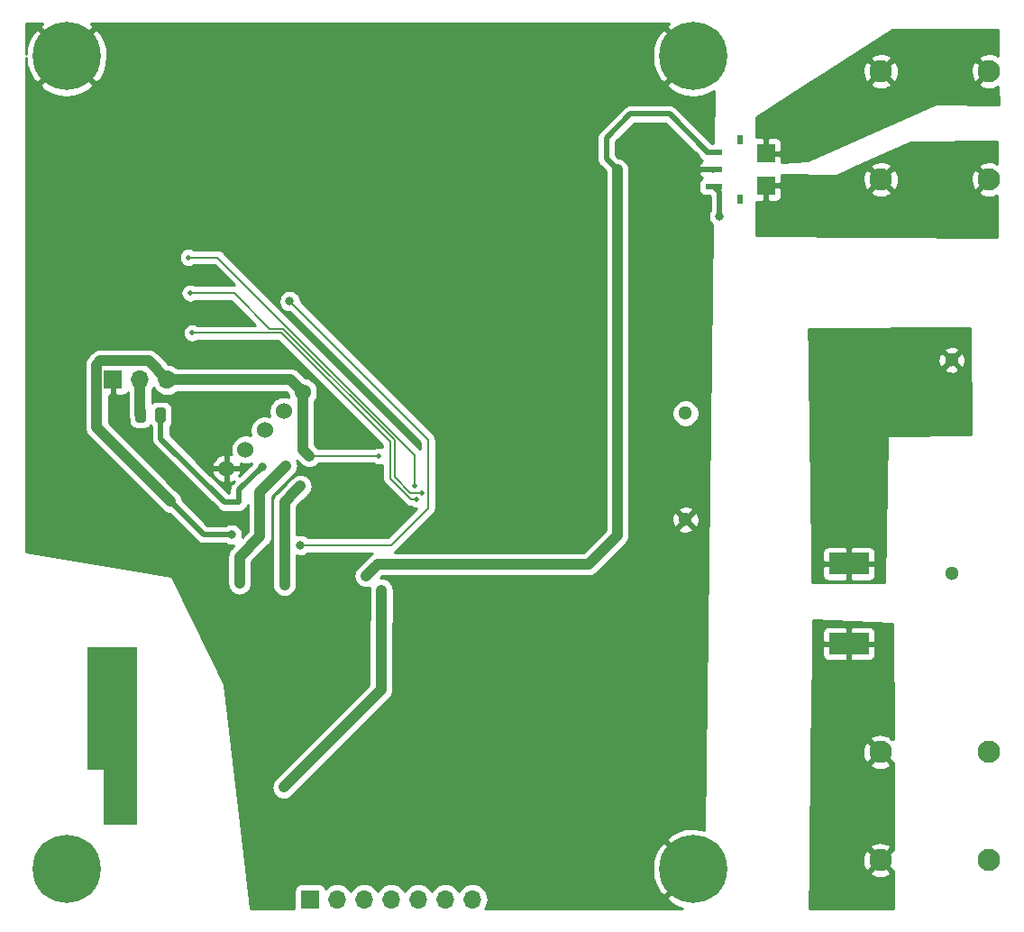
<source format=gbl>
G04 #@! TF.GenerationSoftware,KiCad,Pcbnew,5.1.4-3.fc30*
G04 #@! TF.CreationDate,2019-12-04T09:12:17+01:00*
G04 #@! TF.ProjectId,WattFred,57617474-4672-4656-942e-6b696361645f,rev?*
G04 #@! TF.SameCoordinates,Original*
G04 #@! TF.FileFunction,Copper,L2,Bot*
G04 #@! TF.FilePolarity,Positive*
%FSLAX46Y46*%
G04 Gerber Fmt 4.6, Leading zero omitted, Abs format (unit mm)*
G04 Created by KiCad (PCBNEW 5.1.4-3.fc30) date 2019-12-04 09:12:17*
%MOMM*%
%LPD*%
G04 APERTURE LIST*
%ADD10C,0.010000*%
%ADD11C,6.400000*%
%ADD12O,1.700000X1.700000*%
%ADD13R,1.700000X1.700000*%
%ADD14R,3.750000X2.000000*%
%ADD15C,1.300000*%
%ADD16C,1.524000*%
%ADD17R,1.600000X0.500000*%
%ADD18R,0.600000X0.900000*%
%ADD19R,1.700000X1.800000*%
%ADD20C,2.100000*%
%ADD21C,0.100000*%
%ADD22C,0.975000*%
%ADD23C,0.500000*%
%ADD24C,0.800000*%
%ADD25C,4.000000*%
%ADD26C,0.400000*%
%ADD27C,1.000000*%
%ADD28C,0.200000*%
%ADD29C,0.500000*%
%ADD30C,0.254000*%
G04 APERTURE END LIST*
D10*
G36*
X87896000Y-111332667D02*
G01*
X87896000Y-127927333D01*
X84848000Y-127927333D01*
X84848000Y-122762667D01*
X83324000Y-122762667D01*
X83324000Y-111332667D01*
X87896000Y-111332667D01*
X87896000Y-111332667D01*
G37*
X87896000Y-111332667D02*
X87896000Y-127927333D01*
X84848000Y-127927333D01*
X84848000Y-122762667D01*
X83324000Y-122762667D01*
X83324000Y-111332667D01*
X87896000Y-111332667D01*
D11*
X140210000Y-55760000D03*
X81350000Y-55760000D03*
X81350000Y-132130000D03*
X140210000Y-132130000D03*
D12*
X119460000Y-134970000D03*
X116920000Y-134970000D03*
X114380000Y-134970000D03*
X111840000Y-134970000D03*
X109300000Y-134970000D03*
X106760000Y-134970000D03*
D13*
X104220000Y-134970000D03*
D14*
X154830000Y-110960000D03*
X154830000Y-103460000D03*
D12*
X90800000Y-86170000D03*
X88260000Y-86170000D03*
D13*
X85720000Y-86170000D03*
D15*
X164480000Y-104310000D03*
X164480000Y-84310000D03*
X139480000Y-89310000D03*
X139480000Y-99310000D03*
D16*
X96350826Y-94510031D03*
X98153949Y-92721051D03*
X99950000Y-90925000D03*
X101746051Y-89128949D03*
X103542102Y-87332898D03*
D17*
X142130000Y-68015000D03*
X142130000Y-66415000D03*
X142130000Y-64815000D03*
D18*
X144630000Y-63615000D03*
D19*
X147030000Y-64915000D03*
X147030000Y-67915000D03*
D18*
X144630000Y-69215000D03*
D20*
X157820000Y-57210000D03*
X167980000Y-57210000D03*
X157820000Y-67370000D03*
X167980000Y-67370000D03*
X167940000Y-131300000D03*
X157780000Y-131300000D03*
X167940000Y-121140000D03*
X157780000Y-121140000D03*
D21*
G36*
X90437642Y-88791174D02*
G01*
X90461303Y-88794684D01*
X90484507Y-88800496D01*
X90507029Y-88808554D01*
X90528653Y-88818782D01*
X90549170Y-88831079D01*
X90568383Y-88845329D01*
X90586107Y-88861393D01*
X90602171Y-88879117D01*
X90616421Y-88898330D01*
X90628718Y-88918847D01*
X90638946Y-88940471D01*
X90647004Y-88962993D01*
X90652816Y-88986197D01*
X90656326Y-89009858D01*
X90657500Y-89033750D01*
X90657500Y-89946250D01*
X90656326Y-89970142D01*
X90652816Y-89993803D01*
X90647004Y-90017007D01*
X90638946Y-90039529D01*
X90628718Y-90061153D01*
X90616421Y-90081670D01*
X90602171Y-90100883D01*
X90586107Y-90118607D01*
X90568383Y-90134671D01*
X90549170Y-90148921D01*
X90528653Y-90161218D01*
X90507029Y-90171446D01*
X90484507Y-90179504D01*
X90461303Y-90185316D01*
X90437642Y-90188826D01*
X90413750Y-90190000D01*
X89926250Y-90190000D01*
X89902358Y-90188826D01*
X89878697Y-90185316D01*
X89855493Y-90179504D01*
X89832971Y-90171446D01*
X89811347Y-90161218D01*
X89790830Y-90148921D01*
X89771617Y-90134671D01*
X89753893Y-90118607D01*
X89737829Y-90100883D01*
X89723579Y-90081670D01*
X89711282Y-90061153D01*
X89701054Y-90039529D01*
X89692996Y-90017007D01*
X89687184Y-89993803D01*
X89683674Y-89970142D01*
X89682500Y-89946250D01*
X89682500Y-89033750D01*
X89683674Y-89009858D01*
X89687184Y-88986197D01*
X89692996Y-88962993D01*
X89701054Y-88940471D01*
X89711282Y-88918847D01*
X89723579Y-88898330D01*
X89737829Y-88879117D01*
X89753893Y-88861393D01*
X89771617Y-88845329D01*
X89790830Y-88831079D01*
X89811347Y-88818782D01*
X89832971Y-88808554D01*
X89855493Y-88800496D01*
X89878697Y-88794684D01*
X89902358Y-88791174D01*
X89926250Y-88790000D01*
X90413750Y-88790000D01*
X90437642Y-88791174D01*
X90437642Y-88791174D01*
G37*
D22*
X90170000Y-89490000D03*
D21*
G36*
X88562642Y-88791174D02*
G01*
X88586303Y-88794684D01*
X88609507Y-88800496D01*
X88632029Y-88808554D01*
X88653653Y-88818782D01*
X88674170Y-88831079D01*
X88693383Y-88845329D01*
X88711107Y-88861393D01*
X88727171Y-88879117D01*
X88741421Y-88898330D01*
X88753718Y-88918847D01*
X88763946Y-88940471D01*
X88772004Y-88962993D01*
X88777816Y-88986197D01*
X88781326Y-89009858D01*
X88782500Y-89033750D01*
X88782500Y-89946250D01*
X88781326Y-89970142D01*
X88777816Y-89993803D01*
X88772004Y-90017007D01*
X88763946Y-90039529D01*
X88753718Y-90061153D01*
X88741421Y-90081670D01*
X88727171Y-90100883D01*
X88711107Y-90118607D01*
X88693383Y-90134671D01*
X88674170Y-90148921D01*
X88653653Y-90161218D01*
X88632029Y-90171446D01*
X88609507Y-90179504D01*
X88586303Y-90185316D01*
X88562642Y-90188826D01*
X88538750Y-90190000D01*
X88051250Y-90190000D01*
X88027358Y-90188826D01*
X88003697Y-90185316D01*
X87980493Y-90179504D01*
X87957971Y-90171446D01*
X87936347Y-90161218D01*
X87915830Y-90148921D01*
X87896617Y-90134671D01*
X87878893Y-90118607D01*
X87862829Y-90100883D01*
X87848579Y-90081670D01*
X87836282Y-90061153D01*
X87826054Y-90039529D01*
X87817996Y-90017007D01*
X87812184Y-89993803D01*
X87808674Y-89970142D01*
X87807500Y-89946250D01*
X87807500Y-89033750D01*
X87808674Y-89009858D01*
X87812184Y-88986197D01*
X87817996Y-88962993D01*
X87826054Y-88940471D01*
X87836282Y-88918847D01*
X87848579Y-88898330D01*
X87862829Y-88879117D01*
X87878893Y-88861393D01*
X87896617Y-88845329D01*
X87915830Y-88831079D01*
X87936347Y-88818782D01*
X87957971Y-88808554D01*
X87980493Y-88800496D01*
X88003697Y-88794684D01*
X88027358Y-88791174D01*
X88051250Y-88790000D01*
X88538750Y-88790000D01*
X88562642Y-88791174D01*
X88562642Y-88791174D01*
G37*
D22*
X88295000Y-89490000D03*
D23*
X101750000Y-124450000D03*
D24*
X110920000Y-105930000D03*
X104150000Y-93325000D03*
D23*
X110678234Y-93346766D03*
D24*
X96840000Y-100710000D03*
X91120000Y-97610000D03*
X142680000Y-70830000D03*
D23*
X109450000Y-104600000D03*
D24*
X133090000Y-66460000D03*
X99710000Y-94320000D03*
X125580000Y-101110000D03*
X124800000Y-97460000D03*
X116925000Y-101400000D03*
D25*
X109198840Y-98801000D03*
D24*
X119810000Y-107400000D03*
X112570000Y-107230000D03*
X122290000Y-77350000D03*
X122450000Y-66020000D03*
X136390000Y-63860000D03*
X99392500Y-128527500D03*
X103300000Y-101725000D03*
X102298720Y-78801280D03*
D23*
X93150000Y-81775000D03*
X114173089Y-97374079D03*
X114750000Y-96775000D03*
X92950000Y-78025000D03*
X92800000Y-74675000D03*
X114076964Y-96179796D03*
D24*
X97600000Y-105290000D03*
X101950000Y-94250000D03*
X101810000Y-105430000D03*
X103300000Y-96150000D03*
D26*
X101750000Y-124450000D02*
X101750000Y-124450000D01*
D27*
X110900000Y-115300000D02*
X101750000Y-124450000D01*
X110890000Y-115290000D02*
X110890000Y-108860000D01*
X110900000Y-115300000D02*
X110890000Y-115290000D01*
X110920000Y-108830000D02*
X110920000Y-105930000D01*
X110890000Y-108860000D02*
X110920000Y-108830000D01*
D28*
X104150000Y-93325000D02*
X110656468Y-93325000D01*
X110656468Y-93325000D02*
X110678234Y-93346766D01*
D27*
X103542102Y-92717102D02*
X104150000Y-93325000D01*
X103542102Y-87332898D02*
X103542102Y-92717102D01*
D26*
X96840000Y-100710000D02*
X96840000Y-100710000D01*
D29*
X94220000Y-100710000D02*
X91120000Y-97610000D01*
X96840000Y-100710000D02*
X94220000Y-100710000D01*
X142680000Y-68565000D02*
X142130000Y-68015000D01*
X142680000Y-70830000D02*
X142680000Y-68565000D01*
D27*
X102379204Y-86170000D02*
X103542102Y-87332898D01*
X90800000Y-86170000D02*
X102379204Y-86170000D01*
X84169999Y-90659999D02*
X90720001Y-97210001D01*
X90720001Y-97210001D02*
X91120000Y-97610000D01*
X84169999Y-84759999D02*
X84169999Y-90659999D01*
X84519998Y-84410000D02*
X84169999Y-84759999D01*
X89040000Y-84410000D02*
X84519998Y-84410000D01*
X90800000Y-86170000D02*
X89040000Y-84410000D01*
X110333500Y-103716500D02*
X109450000Y-104600000D01*
D28*
X110539999Y-103510001D02*
X110333500Y-103716500D01*
D29*
X141580000Y-64815000D02*
X137975000Y-61210000D01*
X142130000Y-64815000D02*
X141580000Y-64815000D01*
X137975000Y-61210000D02*
X134310000Y-61210000D01*
X134310000Y-61210000D02*
X132050000Y-63470000D01*
X132050000Y-63470000D02*
X132050000Y-65420000D01*
X132050000Y-65420000D02*
X133090000Y-66460000D01*
X133090000Y-66460000D02*
X133090000Y-66460000D01*
D27*
X133090000Y-100770002D02*
X130350001Y-103510001D01*
X133090000Y-66460000D02*
X133090000Y-100770002D01*
X130350001Y-103510001D02*
X110539999Y-103510001D01*
D29*
X97520000Y-96510000D02*
X99710000Y-94320000D01*
X97520000Y-97700000D02*
X97520000Y-96510000D01*
X90195000Y-89365000D02*
X90195000Y-91695000D01*
X90195000Y-91695000D02*
X96200000Y-97700000D01*
X96200000Y-97700000D02*
X97520000Y-97700000D01*
D28*
X102698719Y-79201279D02*
X102298720Y-78801280D01*
X115300001Y-91802561D02*
X102698719Y-79201279D01*
X115300001Y-98236001D02*
X115300001Y-91802561D01*
X111811002Y-101725000D02*
X115300001Y-98236001D01*
X103300000Y-101725000D02*
X111811002Y-101725000D01*
X98550000Y-81775000D02*
X93150000Y-81775000D01*
X93150000Y-81775000D02*
X93150000Y-81775000D01*
X101500000Y-81775000D02*
X111750000Y-92025000D01*
X111750000Y-92025000D02*
X111750000Y-95435998D01*
X113688081Y-97374079D02*
X113819536Y-97374079D01*
X111750000Y-95435998D02*
X113688081Y-97374079D01*
X93150000Y-81775000D02*
X101500000Y-81775000D01*
X113819536Y-97374079D02*
X114173089Y-97374079D01*
X114750000Y-96775000D02*
X114396447Y-96775000D01*
X92950000Y-78025000D02*
X92950000Y-78025000D01*
X95646447Y-78025000D02*
X95250000Y-78025000D01*
X95250000Y-78025000D02*
X92950000Y-78025000D01*
X100449989Y-81374989D02*
X97100000Y-78025000D01*
X113654702Y-96775000D02*
X112150011Y-95270309D01*
X101665689Y-81374989D02*
X100449989Y-81374989D01*
X112150011Y-91859311D02*
X101665689Y-81374989D01*
X97100000Y-78025000D02*
X95250000Y-78025000D01*
X112150011Y-95270309D02*
X112150011Y-91859311D01*
X114750000Y-96775000D02*
X113654702Y-96775000D01*
X92800000Y-74675000D02*
X92800000Y-74675000D01*
X92800000Y-74675000D02*
X93074280Y-74675000D01*
X114076964Y-93220564D02*
X114076964Y-95826243D01*
X92800000Y-74675000D02*
X95531400Y-74675000D01*
X114076964Y-95826243D02*
X114076964Y-96179796D01*
X95531400Y-74675000D02*
X114076964Y-93220564D01*
D27*
X97600000Y-105290000D02*
X97600000Y-102790000D01*
X97600000Y-102790000D02*
X99510000Y-100880000D01*
X99510000Y-100880000D02*
X99510000Y-96690000D01*
X99510000Y-96690000D02*
X101950000Y-94250000D01*
X101950000Y-94250000D02*
X101950000Y-94250000D01*
X101810000Y-105430000D02*
X101810000Y-97650000D01*
X101810000Y-97650000D02*
X102800000Y-96660000D01*
X102800000Y-96660000D02*
X102800000Y-96650000D01*
X102800000Y-96650000D02*
X103300000Y-96150000D01*
X103300000Y-96150000D02*
X103300000Y-96150000D01*
X88260000Y-89455000D02*
X88295000Y-89490000D01*
X88260000Y-86170000D02*
X88260000Y-89455000D01*
D30*
G36*
X168834295Y-55752116D02*
G01*
X168571523Y-55623537D01*
X168250654Y-55538620D01*
X167919383Y-55517934D01*
X167590443Y-55562272D01*
X167276473Y-55669931D01*
X167090339Y-55769421D01*
X166988539Y-56038934D01*
X167980000Y-57030395D01*
X167994143Y-57016253D01*
X168173748Y-57195858D01*
X168159605Y-57210000D01*
X168173748Y-57224143D01*
X167994143Y-57403748D01*
X167980000Y-57389605D01*
X166988539Y-58381066D01*
X167090339Y-58650579D01*
X167388477Y-58796463D01*
X167709346Y-58881380D01*
X168040617Y-58902066D01*
X168369557Y-58857728D01*
X168683527Y-58750069D01*
X168858072Y-58656774D01*
X168871943Y-60351363D01*
X162901613Y-60275510D01*
X162876808Y-60277636D01*
X162848025Y-60286622D01*
X150969923Y-65614300D01*
X148517658Y-65732245D01*
X148515000Y-65200750D01*
X148356250Y-65042000D01*
X147157000Y-65042000D01*
X147157000Y-65062000D01*
X146903000Y-65062000D01*
X146903000Y-65042000D01*
X146883000Y-65042000D01*
X146883000Y-64788000D01*
X146903000Y-64788000D01*
X146903000Y-63538750D01*
X147157000Y-63538750D01*
X147157000Y-64788000D01*
X148356250Y-64788000D01*
X148515000Y-64629250D01*
X148518072Y-64015000D01*
X148505812Y-63890518D01*
X148469502Y-63770820D01*
X148410537Y-63660506D01*
X148331185Y-63563815D01*
X148234494Y-63484463D01*
X148124180Y-63425498D01*
X148004482Y-63389188D01*
X147880000Y-63376928D01*
X147315750Y-63380000D01*
X147157000Y-63538750D01*
X146903000Y-63538750D01*
X146744250Y-63380000D01*
X146180000Y-63376928D01*
X146114228Y-63383406D01*
X146097613Y-61489305D01*
X150979287Y-58381066D01*
X156828539Y-58381066D01*
X156930339Y-58650579D01*
X157228477Y-58796463D01*
X157549346Y-58881380D01*
X157880617Y-58902066D01*
X158209557Y-58857728D01*
X158523527Y-58750069D01*
X158709661Y-58650579D01*
X158811461Y-58381066D01*
X157820000Y-57389605D01*
X156828539Y-58381066D01*
X150979287Y-58381066D01*
X152723314Y-57270617D01*
X156127934Y-57270617D01*
X156172272Y-57599557D01*
X156279931Y-57913527D01*
X156379421Y-58099661D01*
X156648934Y-58201461D01*
X157640395Y-57210000D01*
X157999605Y-57210000D01*
X158991066Y-58201461D01*
X159260579Y-58099661D01*
X159406463Y-57801523D01*
X159491380Y-57480654D01*
X159504495Y-57270617D01*
X166287934Y-57270617D01*
X166332272Y-57599557D01*
X166439931Y-57913527D01*
X166539421Y-58099661D01*
X166808934Y-58201461D01*
X167800395Y-57210000D01*
X166808934Y-56218539D01*
X166539421Y-56320339D01*
X166393537Y-56618477D01*
X166308620Y-56939346D01*
X166287934Y-57270617D01*
X159504495Y-57270617D01*
X159512066Y-57149383D01*
X159467728Y-56820443D01*
X159360069Y-56506473D01*
X159260579Y-56320339D01*
X158991066Y-56218539D01*
X157999605Y-57210000D01*
X157640395Y-57210000D01*
X156648934Y-56218539D01*
X156379421Y-56320339D01*
X156233537Y-56618477D01*
X156148620Y-56939346D01*
X156127934Y-57270617D01*
X152723314Y-57270617D01*
X154657745Y-56038934D01*
X156828539Y-56038934D01*
X157820000Y-57030395D01*
X158811461Y-56038934D01*
X158709661Y-55769421D01*
X158411523Y-55623537D01*
X158090654Y-55538620D01*
X157759383Y-55517934D01*
X157430443Y-55562272D01*
X157116473Y-55669931D01*
X156930339Y-55769421D01*
X156828539Y-56038934D01*
X154657745Y-56038934D01*
X158917289Y-53326816D01*
X168814040Y-53277627D01*
X168834295Y-55752116D01*
X168834295Y-55752116D01*
G37*
X168834295Y-55752116D02*
X168571523Y-55623537D01*
X168250654Y-55538620D01*
X167919383Y-55517934D01*
X167590443Y-55562272D01*
X167276473Y-55669931D01*
X167090339Y-55769421D01*
X166988539Y-56038934D01*
X167980000Y-57030395D01*
X167994143Y-57016253D01*
X168173748Y-57195858D01*
X168159605Y-57210000D01*
X168173748Y-57224143D01*
X167994143Y-57403748D01*
X167980000Y-57389605D01*
X166988539Y-58381066D01*
X167090339Y-58650579D01*
X167388477Y-58796463D01*
X167709346Y-58881380D01*
X168040617Y-58902066D01*
X168369557Y-58857728D01*
X168683527Y-58750069D01*
X168858072Y-58656774D01*
X168871943Y-60351363D01*
X162901613Y-60275510D01*
X162876808Y-60277636D01*
X162848025Y-60286622D01*
X150969923Y-65614300D01*
X148517658Y-65732245D01*
X148515000Y-65200750D01*
X148356250Y-65042000D01*
X147157000Y-65042000D01*
X147157000Y-65062000D01*
X146903000Y-65062000D01*
X146903000Y-65042000D01*
X146883000Y-65042000D01*
X146883000Y-64788000D01*
X146903000Y-64788000D01*
X146903000Y-63538750D01*
X147157000Y-63538750D01*
X147157000Y-64788000D01*
X148356250Y-64788000D01*
X148515000Y-64629250D01*
X148518072Y-64015000D01*
X148505812Y-63890518D01*
X148469502Y-63770820D01*
X148410537Y-63660506D01*
X148331185Y-63563815D01*
X148234494Y-63484463D01*
X148124180Y-63425498D01*
X148004482Y-63389188D01*
X147880000Y-63376928D01*
X147315750Y-63380000D01*
X147157000Y-63538750D01*
X146903000Y-63538750D01*
X146744250Y-63380000D01*
X146180000Y-63376928D01*
X146114228Y-63383406D01*
X146097613Y-61489305D01*
X150979287Y-58381066D01*
X156828539Y-58381066D01*
X156930339Y-58650579D01*
X157228477Y-58796463D01*
X157549346Y-58881380D01*
X157880617Y-58902066D01*
X158209557Y-58857728D01*
X158523527Y-58750069D01*
X158709661Y-58650579D01*
X158811461Y-58381066D01*
X157820000Y-57389605D01*
X156828539Y-58381066D01*
X150979287Y-58381066D01*
X152723314Y-57270617D01*
X156127934Y-57270617D01*
X156172272Y-57599557D01*
X156279931Y-57913527D01*
X156379421Y-58099661D01*
X156648934Y-58201461D01*
X157640395Y-57210000D01*
X157999605Y-57210000D01*
X158991066Y-58201461D01*
X159260579Y-58099661D01*
X159406463Y-57801523D01*
X159491380Y-57480654D01*
X159504495Y-57270617D01*
X166287934Y-57270617D01*
X166332272Y-57599557D01*
X166439931Y-57913527D01*
X166539421Y-58099661D01*
X166808934Y-58201461D01*
X167800395Y-57210000D01*
X166808934Y-56218539D01*
X166539421Y-56320339D01*
X166393537Y-56618477D01*
X166308620Y-56939346D01*
X166287934Y-57270617D01*
X159504495Y-57270617D01*
X159512066Y-57149383D01*
X159467728Y-56820443D01*
X159360069Y-56506473D01*
X159260579Y-56320339D01*
X158991066Y-56218539D01*
X157999605Y-57210000D01*
X157640395Y-57210000D01*
X156648934Y-56218539D01*
X156379421Y-56320339D01*
X156233537Y-56618477D01*
X156148620Y-56939346D01*
X156127934Y-57270617D01*
X152723314Y-57270617D01*
X154657745Y-56038934D01*
X156828539Y-56038934D01*
X157820000Y-57030395D01*
X158811461Y-56038934D01*
X158709661Y-55769421D01*
X158411523Y-55623537D01*
X158090654Y-55538620D01*
X157759383Y-55517934D01*
X157430443Y-55562272D01*
X157116473Y-55669931D01*
X156930339Y-55769421D01*
X156828539Y-56038934D01*
X154657745Y-56038934D01*
X158917289Y-53326816D01*
X168814040Y-53277627D01*
X168834295Y-55752116D01*
G36*
X168753000Y-65872337D02*
G01*
X168571523Y-65783537D01*
X168250654Y-65698620D01*
X167919383Y-65677934D01*
X167590443Y-65722272D01*
X167276473Y-65829931D01*
X167090339Y-65929421D01*
X166988539Y-66198934D01*
X167980000Y-67190395D01*
X167994143Y-67176253D01*
X168173748Y-67355858D01*
X168159605Y-67370000D01*
X168173748Y-67384143D01*
X167994143Y-67563748D01*
X167980000Y-67549605D01*
X166988539Y-68541066D01*
X167090339Y-68810579D01*
X167388477Y-68956463D01*
X167709346Y-69041380D01*
X168040617Y-69062066D01*
X168369557Y-69017728D01*
X168683527Y-68910069D01*
X168753000Y-68872935D01*
X168753000Y-72732053D01*
X146146150Y-72563935D01*
X146125058Y-69447661D01*
X146180000Y-69453072D01*
X146744250Y-69450000D01*
X146903000Y-69291250D01*
X146903000Y-68042000D01*
X147157000Y-68042000D01*
X147157000Y-69291250D01*
X147315750Y-69450000D01*
X147880000Y-69453072D01*
X148004482Y-69440812D01*
X148124180Y-69404502D01*
X148234494Y-69345537D01*
X148331185Y-69266185D01*
X148410537Y-69169494D01*
X148469502Y-69059180D01*
X148505812Y-68939482D01*
X148518072Y-68815000D01*
X148516702Y-68541066D01*
X156828539Y-68541066D01*
X156930339Y-68810579D01*
X157228477Y-68956463D01*
X157549346Y-69041380D01*
X157880617Y-69062066D01*
X158209557Y-69017728D01*
X158523527Y-68910069D01*
X158709661Y-68810579D01*
X158811461Y-68541066D01*
X157820000Y-67549605D01*
X156828539Y-68541066D01*
X148516702Y-68541066D01*
X148515000Y-68200750D01*
X148356250Y-68042000D01*
X147157000Y-68042000D01*
X146903000Y-68042000D01*
X146883000Y-68042000D01*
X146883000Y-67788000D01*
X146903000Y-67788000D01*
X146903000Y-67768000D01*
X147157000Y-67768000D01*
X147157000Y-67788000D01*
X148356250Y-67788000D01*
X148515000Y-67629250D01*
X148515993Y-67430617D01*
X156127934Y-67430617D01*
X156172272Y-67759557D01*
X156279931Y-68073527D01*
X156379421Y-68259661D01*
X156648934Y-68361461D01*
X157640395Y-67370000D01*
X157999605Y-67370000D01*
X158991066Y-68361461D01*
X159260579Y-68259661D01*
X159406463Y-67961523D01*
X159491380Y-67640654D01*
X159504495Y-67430617D01*
X166287934Y-67430617D01*
X166332272Y-67759557D01*
X166439931Y-68073527D01*
X166539421Y-68259661D01*
X166808934Y-68361461D01*
X167800395Y-67370000D01*
X166808934Y-66378539D01*
X166539421Y-66480339D01*
X166393537Y-66778477D01*
X166308620Y-67099346D01*
X166287934Y-67430617D01*
X159504495Y-67430617D01*
X159512066Y-67309383D01*
X159467728Y-66980443D01*
X159360069Y-66666473D01*
X159260579Y-66480339D01*
X158991066Y-66378539D01*
X157999605Y-67370000D01*
X157640395Y-67370000D01*
X156648934Y-66378539D01*
X156379421Y-66480339D01*
X156233537Y-66778477D01*
X156148620Y-67099346D01*
X156127934Y-67430617D01*
X148515993Y-67430617D01*
X148518072Y-67015000D01*
X148510378Y-66936875D01*
X153603501Y-66996991D01*
X153628305Y-66994843D01*
X153657012Y-66985861D01*
X155409942Y-66198934D01*
X156828539Y-66198934D01*
X157820000Y-67190395D01*
X158811461Y-66198934D01*
X158709661Y-65929421D01*
X158411523Y-65783537D01*
X158090654Y-65698620D01*
X157759383Y-65677934D01*
X157430443Y-65722272D01*
X157116473Y-65829931D01*
X156930339Y-65929421D01*
X156828539Y-66198934D01*
X155409942Y-66198934D01*
X160582562Y-63876837D01*
X168753000Y-63827765D01*
X168753000Y-65872337D01*
X168753000Y-65872337D01*
G37*
X168753000Y-65872337D02*
X168571523Y-65783537D01*
X168250654Y-65698620D01*
X167919383Y-65677934D01*
X167590443Y-65722272D01*
X167276473Y-65829931D01*
X167090339Y-65929421D01*
X166988539Y-66198934D01*
X167980000Y-67190395D01*
X167994143Y-67176253D01*
X168173748Y-67355858D01*
X168159605Y-67370000D01*
X168173748Y-67384143D01*
X167994143Y-67563748D01*
X167980000Y-67549605D01*
X166988539Y-68541066D01*
X167090339Y-68810579D01*
X167388477Y-68956463D01*
X167709346Y-69041380D01*
X168040617Y-69062066D01*
X168369557Y-69017728D01*
X168683527Y-68910069D01*
X168753000Y-68872935D01*
X168753000Y-72732053D01*
X146146150Y-72563935D01*
X146125058Y-69447661D01*
X146180000Y-69453072D01*
X146744250Y-69450000D01*
X146903000Y-69291250D01*
X146903000Y-68042000D01*
X147157000Y-68042000D01*
X147157000Y-69291250D01*
X147315750Y-69450000D01*
X147880000Y-69453072D01*
X148004482Y-69440812D01*
X148124180Y-69404502D01*
X148234494Y-69345537D01*
X148331185Y-69266185D01*
X148410537Y-69169494D01*
X148469502Y-69059180D01*
X148505812Y-68939482D01*
X148518072Y-68815000D01*
X148516702Y-68541066D01*
X156828539Y-68541066D01*
X156930339Y-68810579D01*
X157228477Y-68956463D01*
X157549346Y-69041380D01*
X157880617Y-69062066D01*
X158209557Y-69017728D01*
X158523527Y-68910069D01*
X158709661Y-68810579D01*
X158811461Y-68541066D01*
X157820000Y-67549605D01*
X156828539Y-68541066D01*
X148516702Y-68541066D01*
X148515000Y-68200750D01*
X148356250Y-68042000D01*
X147157000Y-68042000D01*
X146903000Y-68042000D01*
X146883000Y-68042000D01*
X146883000Y-67788000D01*
X146903000Y-67788000D01*
X146903000Y-67768000D01*
X147157000Y-67768000D01*
X147157000Y-67788000D01*
X148356250Y-67788000D01*
X148515000Y-67629250D01*
X148515993Y-67430617D01*
X156127934Y-67430617D01*
X156172272Y-67759557D01*
X156279931Y-68073527D01*
X156379421Y-68259661D01*
X156648934Y-68361461D01*
X157640395Y-67370000D01*
X157999605Y-67370000D01*
X158991066Y-68361461D01*
X159260579Y-68259661D01*
X159406463Y-67961523D01*
X159491380Y-67640654D01*
X159504495Y-67430617D01*
X166287934Y-67430617D01*
X166332272Y-67759557D01*
X166439931Y-68073527D01*
X166539421Y-68259661D01*
X166808934Y-68361461D01*
X167800395Y-67370000D01*
X166808934Y-66378539D01*
X166539421Y-66480339D01*
X166393537Y-66778477D01*
X166308620Y-67099346D01*
X166287934Y-67430617D01*
X159504495Y-67430617D01*
X159512066Y-67309383D01*
X159467728Y-66980443D01*
X159360069Y-66666473D01*
X159260579Y-66480339D01*
X158991066Y-66378539D01*
X157999605Y-67370000D01*
X157640395Y-67370000D01*
X156648934Y-66378539D01*
X156379421Y-66480339D01*
X156233537Y-66778477D01*
X156148620Y-67099346D01*
X156127934Y-67430617D01*
X148515993Y-67430617D01*
X148518072Y-67015000D01*
X148510378Y-66936875D01*
X153603501Y-66996991D01*
X153628305Y-66994843D01*
X153657012Y-66985861D01*
X155409942Y-66198934D01*
X156828539Y-66198934D01*
X157820000Y-67190395D01*
X158811461Y-66198934D01*
X158709661Y-65929421D01*
X158411523Y-65783537D01*
X158090654Y-65698620D01*
X157759383Y-65677934D01*
X157430443Y-65722272D01*
X157116473Y-65829931D01*
X156930339Y-65929421D01*
X156828539Y-66198934D01*
X155409942Y-66198934D01*
X160582562Y-63876837D01*
X168753000Y-63827765D01*
X168753000Y-65872337D01*
G36*
X158958206Y-109054937D02*
G01*
X158976539Y-119942929D01*
X158887001Y-119853391D01*
X158771460Y-119968932D01*
X158669661Y-119699421D01*
X158371523Y-119553537D01*
X158050654Y-119468620D01*
X157719383Y-119447934D01*
X157390443Y-119492272D01*
X157076473Y-119599931D01*
X156890339Y-119699421D01*
X156788539Y-119968934D01*
X157780000Y-120960395D01*
X157794143Y-120946253D01*
X157973748Y-121125858D01*
X157959605Y-121140000D01*
X158951066Y-122131461D01*
X158980205Y-122120455D01*
X158994020Y-130324763D01*
X158951066Y-130308539D01*
X157959605Y-131300000D01*
X158951066Y-132291461D01*
X158997302Y-132273997D01*
X159003298Y-135835000D01*
X151128583Y-135835000D01*
X151173728Y-132471066D01*
X156788539Y-132471066D01*
X156890339Y-132740579D01*
X157188477Y-132886463D01*
X157509346Y-132971380D01*
X157840617Y-132992066D01*
X158169557Y-132947728D01*
X158483527Y-132840069D01*
X158669661Y-132740579D01*
X158771461Y-132471066D01*
X157780000Y-131479605D01*
X156788539Y-132471066D01*
X151173728Y-132471066D01*
X151188631Y-131360617D01*
X156087934Y-131360617D01*
X156132272Y-131689557D01*
X156239931Y-132003527D01*
X156339421Y-132189661D01*
X156608934Y-132291461D01*
X157600395Y-131300000D01*
X156608934Y-130308539D01*
X156339421Y-130410339D01*
X156193537Y-130708477D01*
X156108620Y-131029346D01*
X156087934Y-131360617D01*
X151188631Y-131360617D01*
X151205160Y-130128934D01*
X156788539Y-130128934D01*
X157780000Y-131120395D01*
X158771461Y-130128934D01*
X158669661Y-129859421D01*
X158371523Y-129713537D01*
X158050654Y-129628620D01*
X157719383Y-129607934D01*
X157390443Y-129652272D01*
X157076473Y-129759931D01*
X156890339Y-129859421D01*
X156788539Y-130128934D01*
X151205160Y-130128934D01*
X151310080Y-122311066D01*
X156788539Y-122311066D01*
X156890339Y-122580579D01*
X157188477Y-122726463D01*
X157509346Y-122811380D01*
X157840617Y-122832066D01*
X158169557Y-122787728D01*
X158483527Y-122680069D01*
X158669661Y-122580579D01*
X158771461Y-122311066D01*
X157780000Y-121319605D01*
X156788539Y-122311066D01*
X151310080Y-122311066D01*
X151324983Y-121200617D01*
X156087934Y-121200617D01*
X156132272Y-121529557D01*
X156239931Y-121843527D01*
X156339421Y-122029661D01*
X156608934Y-122131461D01*
X157600395Y-121140000D01*
X156608934Y-120148539D01*
X156339421Y-120250339D01*
X156193537Y-120548477D01*
X156108620Y-120869346D01*
X156087934Y-121200617D01*
X151324983Y-121200617D01*
X151448997Y-111960000D01*
X152316928Y-111960000D01*
X152329188Y-112084482D01*
X152365498Y-112204180D01*
X152424463Y-112314494D01*
X152503815Y-112411185D01*
X152600506Y-112490537D01*
X152710820Y-112549502D01*
X152830518Y-112585812D01*
X152955000Y-112598072D01*
X154544250Y-112595000D01*
X154703000Y-112436250D01*
X154703000Y-111087000D01*
X154957000Y-111087000D01*
X154957000Y-112436250D01*
X155115750Y-112595000D01*
X156705000Y-112598072D01*
X156829482Y-112585812D01*
X156949180Y-112549502D01*
X157059494Y-112490537D01*
X157156185Y-112411185D01*
X157235537Y-112314494D01*
X157294502Y-112204180D01*
X157330812Y-112084482D01*
X157343072Y-111960000D01*
X157340000Y-111245750D01*
X157181250Y-111087000D01*
X154957000Y-111087000D01*
X154703000Y-111087000D01*
X152478750Y-111087000D01*
X152320000Y-111245750D01*
X152316928Y-111960000D01*
X151448997Y-111960000D01*
X151475838Y-109960000D01*
X152316928Y-109960000D01*
X152320000Y-110674250D01*
X152478750Y-110833000D01*
X154703000Y-110833000D01*
X154703000Y-109483750D01*
X154957000Y-109483750D01*
X154957000Y-110833000D01*
X157181250Y-110833000D01*
X157340000Y-110674250D01*
X157343072Y-109960000D01*
X157330812Y-109835518D01*
X157294502Y-109715820D01*
X157235537Y-109605506D01*
X157156185Y-109508815D01*
X157059494Y-109429463D01*
X156949180Y-109370498D01*
X156829482Y-109334188D01*
X156705000Y-109321928D01*
X155115750Y-109325000D01*
X154957000Y-109483750D01*
X154703000Y-109483750D01*
X154544250Y-109325000D01*
X152955000Y-109321928D01*
X152830518Y-109334188D01*
X152710820Y-109370498D01*
X152600506Y-109429463D01*
X152503815Y-109508815D01*
X152424463Y-109605506D01*
X152365498Y-109715820D01*
X152329188Y-109835518D01*
X152316928Y-109960000D01*
X151475838Y-109960000D01*
X151481976Y-109502686D01*
X151503184Y-108781602D01*
X158958206Y-109054937D01*
X158958206Y-109054937D01*
G37*
X158958206Y-109054937D02*
X158976539Y-119942929D01*
X158887001Y-119853391D01*
X158771460Y-119968932D01*
X158669661Y-119699421D01*
X158371523Y-119553537D01*
X158050654Y-119468620D01*
X157719383Y-119447934D01*
X157390443Y-119492272D01*
X157076473Y-119599931D01*
X156890339Y-119699421D01*
X156788539Y-119968934D01*
X157780000Y-120960395D01*
X157794143Y-120946253D01*
X157973748Y-121125858D01*
X157959605Y-121140000D01*
X158951066Y-122131461D01*
X158980205Y-122120455D01*
X158994020Y-130324763D01*
X158951066Y-130308539D01*
X157959605Y-131300000D01*
X158951066Y-132291461D01*
X158997302Y-132273997D01*
X159003298Y-135835000D01*
X151128583Y-135835000D01*
X151173728Y-132471066D01*
X156788539Y-132471066D01*
X156890339Y-132740579D01*
X157188477Y-132886463D01*
X157509346Y-132971380D01*
X157840617Y-132992066D01*
X158169557Y-132947728D01*
X158483527Y-132840069D01*
X158669661Y-132740579D01*
X158771461Y-132471066D01*
X157780000Y-131479605D01*
X156788539Y-132471066D01*
X151173728Y-132471066D01*
X151188631Y-131360617D01*
X156087934Y-131360617D01*
X156132272Y-131689557D01*
X156239931Y-132003527D01*
X156339421Y-132189661D01*
X156608934Y-132291461D01*
X157600395Y-131300000D01*
X156608934Y-130308539D01*
X156339421Y-130410339D01*
X156193537Y-130708477D01*
X156108620Y-131029346D01*
X156087934Y-131360617D01*
X151188631Y-131360617D01*
X151205160Y-130128934D01*
X156788539Y-130128934D01*
X157780000Y-131120395D01*
X158771461Y-130128934D01*
X158669661Y-129859421D01*
X158371523Y-129713537D01*
X158050654Y-129628620D01*
X157719383Y-129607934D01*
X157390443Y-129652272D01*
X157076473Y-129759931D01*
X156890339Y-129859421D01*
X156788539Y-130128934D01*
X151205160Y-130128934D01*
X151310080Y-122311066D01*
X156788539Y-122311066D01*
X156890339Y-122580579D01*
X157188477Y-122726463D01*
X157509346Y-122811380D01*
X157840617Y-122832066D01*
X158169557Y-122787728D01*
X158483527Y-122680069D01*
X158669661Y-122580579D01*
X158771461Y-122311066D01*
X157780000Y-121319605D01*
X156788539Y-122311066D01*
X151310080Y-122311066D01*
X151324983Y-121200617D01*
X156087934Y-121200617D01*
X156132272Y-121529557D01*
X156239931Y-121843527D01*
X156339421Y-122029661D01*
X156608934Y-122131461D01*
X157600395Y-121140000D01*
X156608934Y-120148539D01*
X156339421Y-120250339D01*
X156193537Y-120548477D01*
X156108620Y-120869346D01*
X156087934Y-121200617D01*
X151324983Y-121200617D01*
X151448997Y-111960000D01*
X152316928Y-111960000D01*
X152329188Y-112084482D01*
X152365498Y-112204180D01*
X152424463Y-112314494D01*
X152503815Y-112411185D01*
X152600506Y-112490537D01*
X152710820Y-112549502D01*
X152830518Y-112585812D01*
X152955000Y-112598072D01*
X154544250Y-112595000D01*
X154703000Y-112436250D01*
X154703000Y-111087000D01*
X154957000Y-111087000D01*
X154957000Y-112436250D01*
X155115750Y-112595000D01*
X156705000Y-112598072D01*
X156829482Y-112585812D01*
X156949180Y-112549502D01*
X157059494Y-112490537D01*
X157156185Y-112411185D01*
X157235537Y-112314494D01*
X157294502Y-112204180D01*
X157330812Y-112084482D01*
X157343072Y-111960000D01*
X157340000Y-111245750D01*
X157181250Y-111087000D01*
X154957000Y-111087000D01*
X154703000Y-111087000D01*
X152478750Y-111087000D01*
X152320000Y-111245750D01*
X152316928Y-111960000D01*
X151448997Y-111960000D01*
X151475838Y-109960000D01*
X152316928Y-109960000D01*
X152320000Y-110674250D01*
X152478750Y-110833000D01*
X154703000Y-110833000D01*
X154703000Y-109483750D01*
X154957000Y-109483750D01*
X154957000Y-110833000D01*
X157181250Y-110833000D01*
X157340000Y-110674250D01*
X157343072Y-109960000D01*
X157330812Y-109835518D01*
X157294502Y-109715820D01*
X157235537Y-109605506D01*
X157156185Y-109508815D01*
X157059494Y-109429463D01*
X156949180Y-109370498D01*
X156829482Y-109334188D01*
X156705000Y-109321928D01*
X155115750Y-109325000D01*
X154957000Y-109483750D01*
X154703000Y-109483750D01*
X154544250Y-109325000D01*
X152955000Y-109321928D01*
X152830518Y-109334188D01*
X152710820Y-109370498D01*
X152600506Y-109429463D01*
X152503815Y-109508815D01*
X152424463Y-109605506D01*
X152365498Y-109715820D01*
X152329188Y-109835518D01*
X152316928Y-109960000D01*
X151475838Y-109960000D01*
X151481976Y-109502686D01*
X151503184Y-108781602D01*
X158958206Y-109054937D01*
G36*
X78828724Y-53059119D02*
G01*
X81350000Y-55580395D01*
X83871276Y-53059119D01*
X83610794Y-52705000D01*
X137949206Y-52705000D01*
X137688724Y-53059119D01*
X140210000Y-55580395D01*
X140224143Y-55566253D01*
X140403748Y-55745858D01*
X140389605Y-55760000D01*
X140403748Y-55774143D01*
X140224143Y-55953748D01*
X140210000Y-55939605D01*
X137688724Y-58460881D01*
X138048912Y-58950548D01*
X138712882Y-59310849D01*
X139434385Y-59534694D01*
X140185695Y-59613480D01*
X140937938Y-59544178D01*
X141662208Y-59329452D01*
X142143733Y-59075964D01*
X142081476Y-63926928D01*
X141943507Y-63926928D01*
X138631534Y-60614956D01*
X138603817Y-60581183D01*
X138469059Y-60470589D01*
X138315313Y-60388411D01*
X138148490Y-60337805D01*
X138018477Y-60325000D01*
X138018469Y-60325000D01*
X137975000Y-60320719D01*
X137931531Y-60325000D01*
X134353469Y-60325000D01*
X134310000Y-60320719D01*
X134266531Y-60325000D01*
X134266523Y-60325000D01*
X134136510Y-60337805D01*
X133969686Y-60388411D01*
X133815941Y-60470589D01*
X133714953Y-60553468D01*
X133714951Y-60553470D01*
X133681183Y-60581183D01*
X133653470Y-60614951D01*
X131454956Y-62813466D01*
X131421183Y-62841183D01*
X131310589Y-62975942D01*
X131228411Y-63129688D01*
X131177805Y-63296511D01*
X131165000Y-63426524D01*
X131165000Y-63426531D01*
X131160719Y-63470000D01*
X131165000Y-63513469D01*
X131165001Y-65376521D01*
X131160719Y-65420000D01*
X131177805Y-65593490D01*
X131228412Y-65760313D01*
X131310590Y-65914059D01*
X131393468Y-66015046D01*
X131393471Y-66015049D01*
X131421184Y-66048817D01*
X131454951Y-66076529D01*
X131955000Y-66576579D01*
X131955001Y-100299869D01*
X129879870Y-102375001D01*
X112154132Y-102375001D01*
X112221322Y-102339087D01*
X112333240Y-102247238D01*
X112356261Y-102219187D01*
X115794198Y-98781251D01*
X115822238Y-98758239D01*
X115845251Y-98730198D01*
X115845254Y-98730195D01*
X115914088Y-98646321D01*
X115982338Y-98518635D01*
X116024366Y-98380086D01*
X116038557Y-98236001D01*
X116035001Y-98199896D01*
X116035001Y-91838666D01*
X116038557Y-91802561D01*
X116024366Y-91658476D01*
X116011081Y-91614681D01*
X115982338Y-91519928D01*
X115914088Y-91392241D01*
X115822239Y-91280323D01*
X115794194Y-91257307D01*
X103333720Y-78796834D01*
X103333720Y-78699341D01*
X103293946Y-78499382D01*
X103215925Y-78311024D01*
X103102657Y-78141506D01*
X102958494Y-77997343D01*
X102788976Y-77884075D01*
X102600618Y-77806054D01*
X102400659Y-77766280D01*
X102196781Y-77766280D01*
X101996822Y-77806054D01*
X101808464Y-77884075D01*
X101638946Y-77997343D01*
X101494783Y-78141506D01*
X101381515Y-78311024D01*
X101303494Y-78499382D01*
X101263720Y-78699341D01*
X101263720Y-78903219D01*
X101303494Y-79103178D01*
X101381515Y-79291536D01*
X101494783Y-79461054D01*
X101638946Y-79605217D01*
X101808464Y-79718485D01*
X101996822Y-79796506D01*
X102196781Y-79836280D01*
X102294274Y-79836280D01*
X114565002Y-92107009D01*
X114565002Y-92669155D01*
X96076659Y-74180813D01*
X96053638Y-74152762D01*
X95941720Y-74060913D01*
X95814033Y-73992663D01*
X95675485Y-73950635D01*
X95567505Y-73940000D01*
X95531400Y-73936444D01*
X95495295Y-73940000D01*
X93292953Y-73940000D01*
X93219205Y-73890723D01*
X93058145Y-73824010D01*
X92887165Y-73790000D01*
X92712835Y-73790000D01*
X92541855Y-73824010D01*
X92380795Y-73890723D01*
X92235845Y-73987576D01*
X92112576Y-74110845D01*
X92015723Y-74255795D01*
X91949010Y-74416855D01*
X91915000Y-74587835D01*
X91915000Y-74762165D01*
X91949010Y-74933145D01*
X92015723Y-75094205D01*
X92112576Y-75239155D01*
X92235845Y-75362424D01*
X92380795Y-75459277D01*
X92541855Y-75525990D01*
X92712835Y-75560000D01*
X92887165Y-75560000D01*
X93058145Y-75525990D01*
X93219205Y-75459277D01*
X93292953Y-75410000D01*
X95226954Y-75410000D01*
X97103769Y-77286815D01*
X97100000Y-77286444D01*
X97063895Y-77290000D01*
X93442953Y-77290000D01*
X93369205Y-77240723D01*
X93208145Y-77174010D01*
X93037165Y-77140000D01*
X92862835Y-77140000D01*
X92691855Y-77174010D01*
X92530795Y-77240723D01*
X92385845Y-77337576D01*
X92262576Y-77460845D01*
X92165723Y-77605795D01*
X92099010Y-77766855D01*
X92065000Y-77937835D01*
X92065000Y-78112165D01*
X92099010Y-78283145D01*
X92165723Y-78444205D01*
X92262576Y-78589155D01*
X92385845Y-78712424D01*
X92530795Y-78809277D01*
X92691855Y-78875990D01*
X92862835Y-78910000D01*
X93037165Y-78910000D01*
X93208145Y-78875990D01*
X93369205Y-78809277D01*
X93442953Y-78760000D01*
X96795554Y-78760000D01*
X99075553Y-81040000D01*
X93642953Y-81040000D01*
X93569205Y-80990723D01*
X93408145Y-80924010D01*
X93237165Y-80890000D01*
X93062835Y-80890000D01*
X92891855Y-80924010D01*
X92730795Y-80990723D01*
X92585845Y-81087576D01*
X92462576Y-81210845D01*
X92365723Y-81355795D01*
X92299010Y-81516855D01*
X92265000Y-81687835D01*
X92265000Y-81862165D01*
X92299010Y-82033145D01*
X92365723Y-82194205D01*
X92462576Y-82339155D01*
X92585845Y-82462424D01*
X92730795Y-82559277D01*
X92891855Y-82625990D01*
X93062835Y-82660000D01*
X93237165Y-82660000D01*
X93408145Y-82625990D01*
X93569205Y-82559277D01*
X93642953Y-82510000D01*
X101195554Y-82510000D01*
X111015000Y-92329447D01*
X111015000Y-92528342D01*
X110936379Y-92495776D01*
X110765399Y-92461766D01*
X110591069Y-92461766D01*
X110420089Y-92495776D01*
X110259029Y-92562489D01*
X110217856Y-92590000D01*
X105015085Y-92590000D01*
X104991989Y-92561857D01*
X104677102Y-92246970D01*
X104677102Y-88148782D01*
X104780107Y-87994625D01*
X104885416Y-87740388D01*
X104939102Y-87470490D01*
X104939102Y-87195306D01*
X104885416Y-86925408D01*
X104780107Y-86671171D01*
X104627222Y-86442363D01*
X104432637Y-86247778D01*
X104203829Y-86094893D01*
X103949592Y-85989584D01*
X103767749Y-85953413D01*
X103221200Y-85406864D01*
X103185653Y-85363551D01*
X103012827Y-85221716D01*
X102815651Y-85116324D01*
X102601703Y-85051423D01*
X102434956Y-85035000D01*
X102434955Y-85035000D01*
X102379204Y-85029509D01*
X102323453Y-85035000D01*
X91757817Y-85035000D01*
X91629014Y-84929294D01*
X91371034Y-84791401D01*
X91091111Y-84706487D01*
X90925286Y-84690155D01*
X89881996Y-83646865D01*
X89846449Y-83603551D01*
X89673623Y-83461716D01*
X89476447Y-83356324D01*
X89262499Y-83291423D01*
X89095752Y-83275000D01*
X89095751Y-83275000D01*
X89040000Y-83269509D01*
X88984249Y-83275000D01*
X84575739Y-83275000D01*
X84519997Y-83269510D01*
X84464255Y-83275000D01*
X84464246Y-83275000D01*
X84297499Y-83291423D01*
X84083551Y-83356324D01*
X83886375Y-83461716D01*
X83713549Y-83603551D01*
X83678002Y-83646865D01*
X83406864Y-83918003D01*
X83363550Y-83953550D01*
X83221715Y-84126376D01*
X83116324Y-84323552D01*
X83116323Y-84323553D01*
X83051422Y-84537501D01*
X83029508Y-84759999D01*
X83034999Y-84815751D01*
X83035000Y-90604238D01*
X83029508Y-90659999D01*
X83051422Y-90882497D01*
X83116323Y-91096445D01*
X83159367Y-91176974D01*
X83221716Y-91293622D01*
X83363551Y-91466448D01*
X83406859Y-91501990D01*
X89956857Y-98051990D01*
X89956868Y-98051999D01*
X90356857Y-98451988D01*
X90486378Y-98558283D01*
X90683554Y-98663676D01*
X90897501Y-98728577D01*
X90996777Y-98738355D01*
X93563470Y-101305049D01*
X93591183Y-101338817D01*
X93624951Y-101366530D01*
X93624953Y-101366532D01*
X93670151Y-101403625D01*
X93725941Y-101449411D01*
X93879687Y-101531589D01*
X94046510Y-101582195D01*
X94176523Y-101595000D01*
X94176533Y-101595000D01*
X94219999Y-101599281D01*
X94263466Y-101595000D01*
X96301546Y-101595000D01*
X96349744Y-101627205D01*
X96538102Y-101705226D01*
X96738061Y-101745000D01*
X96941939Y-101745000D01*
X97064185Y-101720684D01*
X96836860Y-101948009D01*
X96793552Y-101983551D01*
X96651717Y-102156377D01*
X96620246Y-102215256D01*
X96546324Y-102353554D01*
X96481423Y-102567502D01*
X96459509Y-102790000D01*
X96465001Y-102845761D01*
X96465000Y-105345751D01*
X96481423Y-105512498D01*
X96546324Y-105726446D01*
X96651716Y-105923623D01*
X96793551Y-106096449D01*
X96966377Y-106238284D01*
X97163553Y-106343676D01*
X97377501Y-106408577D01*
X97600000Y-106430491D01*
X97822498Y-106408577D01*
X98036446Y-106343676D01*
X98233623Y-106238284D01*
X98406449Y-106096449D01*
X98548284Y-105923623D01*
X98653676Y-105726447D01*
X98718577Y-105512499D01*
X98735000Y-105345752D01*
X98735000Y-103260131D01*
X100273141Y-101721991D01*
X100316449Y-101686449D01*
X100458284Y-101513623D01*
X100563676Y-101316447D01*
X100628577Y-101102499D01*
X100645000Y-100935752D01*
X100645000Y-100935751D01*
X100650491Y-100880000D01*
X100645000Y-100824249D01*
X100645000Y-97160131D01*
X102713141Y-95091991D01*
X102756449Y-95056449D01*
X102898284Y-94883623D01*
X103003676Y-94686447D01*
X103068577Y-94472499D01*
X103090491Y-94250000D01*
X103068577Y-94027501D01*
X103003676Y-93813553D01*
X102969520Y-93749652D01*
X103386857Y-94166989D01*
X103516378Y-94273284D01*
X103713553Y-94378676D01*
X103927501Y-94443577D01*
X104150000Y-94465491D01*
X104372499Y-94443577D01*
X104586447Y-94378676D01*
X104783623Y-94273284D01*
X104956449Y-94131449D01*
X105015086Y-94060000D01*
X110152706Y-94060000D01*
X110259029Y-94131043D01*
X110420089Y-94197756D01*
X110591069Y-94231766D01*
X110765399Y-94231766D01*
X110936379Y-94197756D01*
X111015001Y-94165190D01*
X111015001Y-95399883D01*
X111011444Y-95435998D01*
X111025635Y-95580083D01*
X111056136Y-95680628D01*
X111067664Y-95718631D01*
X111135914Y-95846318D01*
X111227763Y-95958236D01*
X111255808Y-95981252D01*
X113142827Y-97868272D01*
X113165843Y-97896317D01*
X113277761Y-97988166D01*
X113405448Y-98056416D01*
X113543996Y-98098444D01*
X113651976Y-98109079D01*
X113651985Y-98109079D01*
X113685003Y-98112331D01*
X113753884Y-98158356D01*
X113914944Y-98225069D01*
X114085924Y-98259079D01*
X114237476Y-98259079D01*
X111506556Y-100990000D01*
X104028711Y-100990000D01*
X103959774Y-100921063D01*
X103790256Y-100807795D01*
X103601898Y-100729774D01*
X103401939Y-100690000D01*
X103198061Y-100690000D01*
X102998102Y-100729774D01*
X102945000Y-100751770D01*
X102945000Y-98120131D01*
X103563140Y-97501992D01*
X103606449Y-97466449D01*
X103687762Y-97367369D01*
X104063135Y-96991996D01*
X104106449Y-96956449D01*
X104248284Y-96783623D01*
X104353676Y-96586447D01*
X104418577Y-96372499D01*
X104440491Y-96150000D01*
X104418577Y-95927501D01*
X104353676Y-95713553D01*
X104248284Y-95516377D01*
X104106449Y-95343551D01*
X103933623Y-95201716D01*
X103736447Y-95096324D01*
X103522499Y-95031423D01*
X103355752Y-95015000D01*
X103300000Y-95009509D01*
X103244248Y-95015000D01*
X103077501Y-95031423D01*
X102863553Y-95096324D01*
X102666377Y-95201716D01*
X102493551Y-95343551D01*
X102458004Y-95386865D01*
X102036864Y-95808005D01*
X101993551Y-95843551D01*
X101912242Y-95942626D01*
X101046860Y-96808009D01*
X101003552Y-96843551D01*
X100861717Y-97016377D01*
X100808503Y-97115934D01*
X100756324Y-97213554D01*
X100691423Y-97427502D01*
X100669509Y-97650000D01*
X100675001Y-97705761D01*
X100675000Y-105485751D01*
X100691423Y-105652498D01*
X100756324Y-105866446D01*
X100861716Y-106063623D01*
X101003551Y-106236449D01*
X101176377Y-106378284D01*
X101373553Y-106483676D01*
X101587501Y-106548577D01*
X101810000Y-106570491D01*
X102032498Y-106548577D01*
X102246446Y-106483676D01*
X102443623Y-106378284D01*
X102616449Y-106236449D01*
X102758284Y-106063623D01*
X102863676Y-105866447D01*
X102928577Y-105652499D01*
X102945000Y-105485752D01*
X102945000Y-102698230D01*
X102998102Y-102720226D01*
X103198061Y-102760000D01*
X103401939Y-102760000D01*
X103601898Y-102720226D01*
X103790256Y-102642205D01*
X103959774Y-102528937D01*
X104028711Y-102460000D01*
X110096677Y-102460000D01*
X109906376Y-102561717D01*
X109733550Y-102703552D01*
X109640470Y-102816970D01*
X109570356Y-102874511D01*
X108608012Y-103836857D01*
X108501717Y-103966378D01*
X108396324Y-104163554D01*
X108331423Y-104377502D01*
X108309509Y-104600000D01*
X108331423Y-104822498D01*
X108396324Y-105036446D01*
X108501717Y-105233622D01*
X108643552Y-105406448D01*
X108816378Y-105548283D01*
X109013554Y-105653676D01*
X109227502Y-105718577D01*
X109450000Y-105740491D01*
X109672498Y-105718577D01*
X109810790Y-105676626D01*
X109801424Y-105707501D01*
X109785001Y-105874248D01*
X109785000Y-108592745D01*
X109771423Y-108637502D01*
X109749509Y-108860000D01*
X109755001Y-108915761D01*
X109755000Y-114839868D01*
X100908012Y-123686857D01*
X100801717Y-123816378D01*
X100696324Y-124013554D01*
X100631423Y-124227502D01*
X100609509Y-124450000D01*
X100631423Y-124672498D01*
X100696324Y-124886446D01*
X100801717Y-125083622D01*
X100943552Y-125256448D01*
X101116378Y-125398283D01*
X101313554Y-125503676D01*
X101527502Y-125568577D01*
X101750000Y-125590491D01*
X101972498Y-125568577D01*
X102186446Y-125503676D01*
X102383622Y-125398283D01*
X102513143Y-125291988D01*
X111663151Y-116141981D01*
X111706448Y-116106448D01*
X111741981Y-116063151D01*
X111741988Y-116063144D01*
X111848283Y-115933623D01*
X111953676Y-115736447D01*
X112018577Y-115522499D01*
X112040491Y-115300001D01*
X112025000Y-115142717D01*
X112025000Y-109097256D01*
X112038577Y-109052499D01*
X112055000Y-108885752D01*
X112055000Y-108885742D01*
X112060490Y-108830001D01*
X112055000Y-108774259D01*
X112055000Y-105874248D01*
X112038577Y-105707501D01*
X111973676Y-105493553D01*
X111868284Y-105296377D01*
X111726449Y-105123551D01*
X111553623Y-104981716D01*
X111356447Y-104876324D01*
X111142499Y-104811423D01*
X110920000Y-104789509D01*
X110859683Y-104795450D01*
X111010132Y-104645001D01*
X130294250Y-104645001D01*
X130350001Y-104650492D01*
X130405752Y-104645001D01*
X130405753Y-104645001D01*
X130572500Y-104628578D01*
X130786448Y-104563677D01*
X130983624Y-104458285D01*
X131156450Y-104316450D01*
X131191997Y-104273136D01*
X133853141Y-101611993D01*
X133896449Y-101576451D01*
X134038284Y-101403625D01*
X134143676Y-101206449D01*
X134208577Y-100992501D01*
X134225000Y-100825754D01*
X134230491Y-100770002D01*
X134225000Y-100714250D01*
X134225000Y-100195527D01*
X138774078Y-100195527D01*
X138827466Y-100424201D01*
X139057374Y-100530095D01*
X139303524Y-100589102D01*
X139556455Y-100598952D01*
X139806449Y-100559270D01*
X140043896Y-100471578D01*
X140132534Y-100424201D01*
X140185922Y-100195527D01*
X139480000Y-99489605D01*
X138774078Y-100195527D01*
X134225000Y-100195527D01*
X134225000Y-99386455D01*
X138191048Y-99386455D01*
X138230730Y-99636449D01*
X138318422Y-99873896D01*
X138365799Y-99962534D01*
X138594473Y-100015922D01*
X139300395Y-99310000D01*
X139659605Y-99310000D01*
X140365527Y-100015922D01*
X140594201Y-99962534D01*
X140700095Y-99732626D01*
X140759102Y-99486476D01*
X140768952Y-99233545D01*
X140729270Y-98983551D01*
X140641578Y-98746104D01*
X140594201Y-98657466D01*
X140365527Y-98604078D01*
X139659605Y-99310000D01*
X139300395Y-99310000D01*
X138594473Y-98604078D01*
X138365799Y-98657466D01*
X138259905Y-98887374D01*
X138200898Y-99133524D01*
X138191048Y-99386455D01*
X134225000Y-99386455D01*
X134225000Y-98424473D01*
X138774078Y-98424473D01*
X139480000Y-99130395D01*
X140185922Y-98424473D01*
X140132534Y-98195799D01*
X139902626Y-98089905D01*
X139656476Y-98030898D01*
X139403545Y-98021048D01*
X139153551Y-98060730D01*
X138916104Y-98148422D01*
X138827466Y-98195799D01*
X138774078Y-98424473D01*
X134225000Y-98424473D01*
X134225000Y-89183439D01*
X138195000Y-89183439D01*
X138195000Y-89436561D01*
X138244381Y-89684821D01*
X138341247Y-89918676D01*
X138481875Y-90129140D01*
X138660860Y-90308125D01*
X138871324Y-90448753D01*
X139105179Y-90545619D01*
X139353439Y-90595000D01*
X139606561Y-90595000D01*
X139854821Y-90545619D01*
X140088676Y-90448753D01*
X140299140Y-90308125D01*
X140478125Y-90129140D01*
X140618753Y-89918676D01*
X140715619Y-89684821D01*
X140765000Y-89436561D01*
X140765000Y-89183439D01*
X140715619Y-88935179D01*
X140618753Y-88701324D01*
X140478125Y-88490860D01*
X140299140Y-88311875D01*
X140088676Y-88171247D01*
X139854821Y-88074381D01*
X139606561Y-88025000D01*
X139353439Y-88025000D01*
X139105179Y-88074381D01*
X138871324Y-88171247D01*
X138660860Y-88311875D01*
X138481875Y-88490860D01*
X138341247Y-88701324D01*
X138244381Y-88935179D01*
X138195000Y-89183439D01*
X134225000Y-89183439D01*
X134225000Y-66404248D01*
X134208577Y-66237501D01*
X134143676Y-66023553D01*
X134038284Y-65826377D01*
X133896449Y-65653551D01*
X133723623Y-65511716D01*
X133526446Y-65406324D01*
X133312498Y-65341423D01*
X133213224Y-65331645D01*
X132935000Y-65053422D01*
X132935000Y-63836578D01*
X134676579Y-62095000D01*
X137608422Y-62095000D01*
X140704747Y-65191326D01*
X140740498Y-65309180D01*
X140799463Y-65419494D01*
X140878815Y-65516185D01*
X140975506Y-65595537D01*
X141011526Y-65614791D01*
X140983078Y-65629481D01*
X140885269Y-65707452D01*
X140804551Y-65803006D01*
X140744026Y-65912472D01*
X140706020Y-66031642D01*
X140695000Y-66133250D01*
X140853750Y-66292000D01*
X142003000Y-66292000D01*
X142003000Y-66268000D01*
X142051431Y-66268000D01*
X142047658Y-66562000D01*
X142003000Y-66562000D01*
X142003000Y-66538000D01*
X140853750Y-66538000D01*
X140695000Y-66696750D01*
X140706020Y-66798358D01*
X140744026Y-66917528D01*
X140804551Y-67026994D01*
X140885269Y-67122548D01*
X140983078Y-67200519D01*
X141011526Y-67215209D01*
X140975506Y-67234463D01*
X140878815Y-67313815D01*
X140799463Y-67410506D01*
X140740498Y-67520820D01*
X140704188Y-67640518D01*
X140691928Y-67765000D01*
X140691928Y-68265000D01*
X140704188Y-68389482D01*
X140740498Y-68509180D01*
X140799463Y-68619494D01*
X140878815Y-68716185D01*
X140975506Y-68795537D01*
X141085820Y-68854502D01*
X141205518Y-68890812D01*
X141330000Y-68903072D01*
X141766494Y-68903072D01*
X141795001Y-68931579D01*
X141795000Y-70291545D01*
X141762795Y-70339744D01*
X141684774Y-70528102D01*
X141645000Y-70728061D01*
X141645000Y-70931939D01*
X141684774Y-71131898D01*
X141762795Y-71320256D01*
X141876063Y-71489774D01*
X141983043Y-71596754D01*
X141253547Y-128438431D01*
X140985615Y-128355306D01*
X140234305Y-128276520D01*
X139482062Y-128345822D01*
X138757792Y-128560548D01*
X138089330Y-128912445D01*
X138048912Y-128939452D01*
X137688724Y-129429119D01*
X140210000Y-131950395D01*
X140224143Y-131936253D01*
X140403748Y-132115858D01*
X140389605Y-132130000D01*
X140403748Y-132144143D01*
X140224143Y-132323748D01*
X140210000Y-132309605D01*
X137688724Y-134830881D01*
X138048912Y-135320548D01*
X138712882Y-135680849D01*
X139209745Y-135835000D01*
X120671173Y-135835000D01*
X120700706Y-135799014D01*
X120838599Y-135541034D01*
X120923513Y-135261111D01*
X120952185Y-134970000D01*
X120923513Y-134678889D01*
X120838599Y-134398966D01*
X120700706Y-134140986D01*
X120515134Y-133914866D01*
X120289014Y-133729294D01*
X120031034Y-133591401D01*
X119751111Y-133506487D01*
X119532950Y-133485000D01*
X119387050Y-133485000D01*
X119168889Y-133506487D01*
X118888966Y-133591401D01*
X118630986Y-133729294D01*
X118404866Y-133914866D01*
X118219294Y-134140986D01*
X118190000Y-134195791D01*
X118160706Y-134140986D01*
X117975134Y-133914866D01*
X117749014Y-133729294D01*
X117491034Y-133591401D01*
X117211111Y-133506487D01*
X116992950Y-133485000D01*
X116847050Y-133485000D01*
X116628889Y-133506487D01*
X116348966Y-133591401D01*
X116090986Y-133729294D01*
X115864866Y-133914866D01*
X115679294Y-134140986D01*
X115650000Y-134195791D01*
X115620706Y-134140986D01*
X115435134Y-133914866D01*
X115209014Y-133729294D01*
X114951034Y-133591401D01*
X114671111Y-133506487D01*
X114452950Y-133485000D01*
X114307050Y-133485000D01*
X114088889Y-133506487D01*
X113808966Y-133591401D01*
X113550986Y-133729294D01*
X113324866Y-133914866D01*
X113139294Y-134140986D01*
X113110000Y-134195791D01*
X113080706Y-134140986D01*
X112895134Y-133914866D01*
X112669014Y-133729294D01*
X112411034Y-133591401D01*
X112131111Y-133506487D01*
X111912950Y-133485000D01*
X111767050Y-133485000D01*
X111548889Y-133506487D01*
X111268966Y-133591401D01*
X111010986Y-133729294D01*
X110784866Y-133914866D01*
X110599294Y-134140986D01*
X110570000Y-134195791D01*
X110540706Y-134140986D01*
X110355134Y-133914866D01*
X110129014Y-133729294D01*
X109871034Y-133591401D01*
X109591111Y-133506487D01*
X109372950Y-133485000D01*
X109227050Y-133485000D01*
X109008889Y-133506487D01*
X108728966Y-133591401D01*
X108470986Y-133729294D01*
X108244866Y-133914866D01*
X108059294Y-134140986D01*
X108030000Y-134195791D01*
X108000706Y-134140986D01*
X107815134Y-133914866D01*
X107589014Y-133729294D01*
X107331034Y-133591401D01*
X107051111Y-133506487D01*
X106832950Y-133485000D01*
X106687050Y-133485000D01*
X106468889Y-133506487D01*
X106188966Y-133591401D01*
X105930986Y-133729294D01*
X105704866Y-133914866D01*
X105680393Y-133944687D01*
X105659502Y-133875820D01*
X105600537Y-133765506D01*
X105521185Y-133668815D01*
X105424494Y-133589463D01*
X105314180Y-133530498D01*
X105194482Y-133494188D01*
X105070000Y-133481928D01*
X103370000Y-133481928D01*
X103245518Y-133494188D01*
X103125820Y-133530498D01*
X103015506Y-133589463D01*
X102918815Y-133668815D01*
X102839463Y-133765506D01*
X102780498Y-133875820D01*
X102744188Y-133995518D01*
X102731928Y-134120000D01*
X102731928Y-135820000D01*
X102733405Y-135835000D01*
X98626298Y-135835000D01*
X98198283Y-132105695D01*
X136356520Y-132105695D01*
X136425822Y-132857938D01*
X136640548Y-133582208D01*
X136992445Y-134250670D01*
X137019452Y-134291088D01*
X137509119Y-134651276D01*
X140030395Y-132130000D01*
X137509119Y-129608724D01*
X137019452Y-129968912D01*
X136659151Y-130632882D01*
X136435306Y-131354385D01*
X136356520Y-132105695D01*
X98198283Y-132105695D01*
X96216172Y-114835519D01*
X96210922Y-114811183D01*
X96204106Y-114794243D01*
X91254106Y-104664243D01*
X91241035Y-104643053D01*
X91224082Y-104624820D01*
X91203898Y-104610246D01*
X91181258Y-104599889D01*
X91160675Y-104594694D01*
X77515000Y-102343167D01*
X77515000Y-58460881D01*
X78828724Y-58460881D01*
X79188912Y-58950548D01*
X79852882Y-59310849D01*
X80574385Y-59534694D01*
X81325695Y-59613480D01*
X82077938Y-59544178D01*
X82802208Y-59329452D01*
X83470670Y-58977555D01*
X83511088Y-58950548D01*
X83871276Y-58460881D01*
X81350000Y-55939605D01*
X78828724Y-58460881D01*
X77515000Y-58460881D01*
X77515000Y-55936287D01*
X77565822Y-56487938D01*
X77780548Y-57212208D01*
X78132445Y-57880670D01*
X78159452Y-57921088D01*
X78649119Y-58281276D01*
X81170395Y-55760000D01*
X81529605Y-55760000D01*
X84050881Y-58281276D01*
X84540548Y-57921088D01*
X84900849Y-57257118D01*
X85124694Y-56535615D01*
X85203480Y-55784305D01*
X85199002Y-55735695D01*
X136356520Y-55735695D01*
X136425822Y-56487938D01*
X136640548Y-57212208D01*
X136992445Y-57880670D01*
X137019452Y-57921088D01*
X137509119Y-58281276D01*
X140030395Y-55760000D01*
X137509119Y-53238724D01*
X137019452Y-53598912D01*
X136659151Y-54262882D01*
X136435306Y-54984385D01*
X136356520Y-55735695D01*
X85199002Y-55735695D01*
X85134178Y-55032062D01*
X84919452Y-54307792D01*
X84567555Y-53639330D01*
X84540548Y-53598912D01*
X84050881Y-53238724D01*
X81529605Y-55760000D01*
X81170395Y-55760000D01*
X78649119Y-53238724D01*
X78159452Y-53598912D01*
X77799151Y-54262882D01*
X77575306Y-54984385D01*
X77515000Y-55559468D01*
X77515000Y-52705000D01*
X79089206Y-52705000D01*
X78828724Y-53059119D01*
X78828724Y-53059119D01*
G37*
X78828724Y-53059119D02*
X81350000Y-55580395D01*
X83871276Y-53059119D01*
X83610794Y-52705000D01*
X137949206Y-52705000D01*
X137688724Y-53059119D01*
X140210000Y-55580395D01*
X140224143Y-55566253D01*
X140403748Y-55745858D01*
X140389605Y-55760000D01*
X140403748Y-55774143D01*
X140224143Y-55953748D01*
X140210000Y-55939605D01*
X137688724Y-58460881D01*
X138048912Y-58950548D01*
X138712882Y-59310849D01*
X139434385Y-59534694D01*
X140185695Y-59613480D01*
X140937938Y-59544178D01*
X141662208Y-59329452D01*
X142143733Y-59075964D01*
X142081476Y-63926928D01*
X141943507Y-63926928D01*
X138631534Y-60614956D01*
X138603817Y-60581183D01*
X138469059Y-60470589D01*
X138315313Y-60388411D01*
X138148490Y-60337805D01*
X138018477Y-60325000D01*
X138018469Y-60325000D01*
X137975000Y-60320719D01*
X137931531Y-60325000D01*
X134353469Y-60325000D01*
X134310000Y-60320719D01*
X134266531Y-60325000D01*
X134266523Y-60325000D01*
X134136510Y-60337805D01*
X133969686Y-60388411D01*
X133815941Y-60470589D01*
X133714953Y-60553468D01*
X133714951Y-60553470D01*
X133681183Y-60581183D01*
X133653470Y-60614951D01*
X131454956Y-62813466D01*
X131421183Y-62841183D01*
X131310589Y-62975942D01*
X131228411Y-63129688D01*
X131177805Y-63296511D01*
X131165000Y-63426524D01*
X131165000Y-63426531D01*
X131160719Y-63470000D01*
X131165000Y-63513469D01*
X131165001Y-65376521D01*
X131160719Y-65420000D01*
X131177805Y-65593490D01*
X131228412Y-65760313D01*
X131310590Y-65914059D01*
X131393468Y-66015046D01*
X131393471Y-66015049D01*
X131421184Y-66048817D01*
X131454951Y-66076529D01*
X131955000Y-66576579D01*
X131955001Y-100299869D01*
X129879870Y-102375001D01*
X112154132Y-102375001D01*
X112221322Y-102339087D01*
X112333240Y-102247238D01*
X112356261Y-102219187D01*
X115794198Y-98781251D01*
X115822238Y-98758239D01*
X115845251Y-98730198D01*
X115845254Y-98730195D01*
X115914088Y-98646321D01*
X115982338Y-98518635D01*
X116024366Y-98380086D01*
X116038557Y-98236001D01*
X116035001Y-98199896D01*
X116035001Y-91838666D01*
X116038557Y-91802561D01*
X116024366Y-91658476D01*
X116011081Y-91614681D01*
X115982338Y-91519928D01*
X115914088Y-91392241D01*
X115822239Y-91280323D01*
X115794194Y-91257307D01*
X103333720Y-78796834D01*
X103333720Y-78699341D01*
X103293946Y-78499382D01*
X103215925Y-78311024D01*
X103102657Y-78141506D01*
X102958494Y-77997343D01*
X102788976Y-77884075D01*
X102600618Y-77806054D01*
X102400659Y-77766280D01*
X102196781Y-77766280D01*
X101996822Y-77806054D01*
X101808464Y-77884075D01*
X101638946Y-77997343D01*
X101494783Y-78141506D01*
X101381515Y-78311024D01*
X101303494Y-78499382D01*
X101263720Y-78699341D01*
X101263720Y-78903219D01*
X101303494Y-79103178D01*
X101381515Y-79291536D01*
X101494783Y-79461054D01*
X101638946Y-79605217D01*
X101808464Y-79718485D01*
X101996822Y-79796506D01*
X102196781Y-79836280D01*
X102294274Y-79836280D01*
X114565002Y-92107009D01*
X114565002Y-92669155D01*
X96076659Y-74180813D01*
X96053638Y-74152762D01*
X95941720Y-74060913D01*
X95814033Y-73992663D01*
X95675485Y-73950635D01*
X95567505Y-73940000D01*
X95531400Y-73936444D01*
X95495295Y-73940000D01*
X93292953Y-73940000D01*
X93219205Y-73890723D01*
X93058145Y-73824010D01*
X92887165Y-73790000D01*
X92712835Y-73790000D01*
X92541855Y-73824010D01*
X92380795Y-73890723D01*
X92235845Y-73987576D01*
X92112576Y-74110845D01*
X92015723Y-74255795D01*
X91949010Y-74416855D01*
X91915000Y-74587835D01*
X91915000Y-74762165D01*
X91949010Y-74933145D01*
X92015723Y-75094205D01*
X92112576Y-75239155D01*
X92235845Y-75362424D01*
X92380795Y-75459277D01*
X92541855Y-75525990D01*
X92712835Y-75560000D01*
X92887165Y-75560000D01*
X93058145Y-75525990D01*
X93219205Y-75459277D01*
X93292953Y-75410000D01*
X95226954Y-75410000D01*
X97103769Y-77286815D01*
X97100000Y-77286444D01*
X97063895Y-77290000D01*
X93442953Y-77290000D01*
X93369205Y-77240723D01*
X93208145Y-77174010D01*
X93037165Y-77140000D01*
X92862835Y-77140000D01*
X92691855Y-77174010D01*
X92530795Y-77240723D01*
X92385845Y-77337576D01*
X92262576Y-77460845D01*
X92165723Y-77605795D01*
X92099010Y-77766855D01*
X92065000Y-77937835D01*
X92065000Y-78112165D01*
X92099010Y-78283145D01*
X92165723Y-78444205D01*
X92262576Y-78589155D01*
X92385845Y-78712424D01*
X92530795Y-78809277D01*
X92691855Y-78875990D01*
X92862835Y-78910000D01*
X93037165Y-78910000D01*
X93208145Y-78875990D01*
X93369205Y-78809277D01*
X93442953Y-78760000D01*
X96795554Y-78760000D01*
X99075553Y-81040000D01*
X93642953Y-81040000D01*
X93569205Y-80990723D01*
X93408145Y-80924010D01*
X93237165Y-80890000D01*
X93062835Y-80890000D01*
X92891855Y-80924010D01*
X92730795Y-80990723D01*
X92585845Y-81087576D01*
X92462576Y-81210845D01*
X92365723Y-81355795D01*
X92299010Y-81516855D01*
X92265000Y-81687835D01*
X92265000Y-81862165D01*
X92299010Y-82033145D01*
X92365723Y-82194205D01*
X92462576Y-82339155D01*
X92585845Y-82462424D01*
X92730795Y-82559277D01*
X92891855Y-82625990D01*
X93062835Y-82660000D01*
X93237165Y-82660000D01*
X93408145Y-82625990D01*
X93569205Y-82559277D01*
X93642953Y-82510000D01*
X101195554Y-82510000D01*
X111015000Y-92329447D01*
X111015000Y-92528342D01*
X110936379Y-92495776D01*
X110765399Y-92461766D01*
X110591069Y-92461766D01*
X110420089Y-92495776D01*
X110259029Y-92562489D01*
X110217856Y-92590000D01*
X105015085Y-92590000D01*
X104991989Y-92561857D01*
X104677102Y-92246970D01*
X104677102Y-88148782D01*
X104780107Y-87994625D01*
X104885416Y-87740388D01*
X104939102Y-87470490D01*
X104939102Y-87195306D01*
X104885416Y-86925408D01*
X104780107Y-86671171D01*
X104627222Y-86442363D01*
X104432637Y-86247778D01*
X104203829Y-86094893D01*
X103949592Y-85989584D01*
X103767749Y-85953413D01*
X103221200Y-85406864D01*
X103185653Y-85363551D01*
X103012827Y-85221716D01*
X102815651Y-85116324D01*
X102601703Y-85051423D01*
X102434956Y-85035000D01*
X102434955Y-85035000D01*
X102379204Y-85029509D01*
X102323453Y-85035000D01*
X91757817Y-85035000D01*
X91629014Y-84929294D01*
X91371034Y-84791401D01*
X91091111Y-84706487D01*
X90925286Y-84690155D01*
X89881996Y-83646865D01*
X89846449Y-83603551D01*
X89673623Y-83461716D01*
X89476447Y-83356324D01*
X89262499Y-83291423D01*
X89095752Y-83275000D01*
X89095751Y-83275000D01*
X89040000Y-83269509D01*
X88984249Y-83275000D01*
X84575739Y-83275000D01*
X84519997Y-83269510D01*
X84464255Y-83275000D01*
X84464246Y-83275000D01*
X84297499Y-83291423D01*
X84083551Y-83356324D01*
X83886375Y-83461716D01*
X83713549Y-83603551D01*
X83678002Y-83646865D01*
X83406864Y-83918003D01*
X83363550Y-83953550D01*
X83221715Y-84126376D01*
X83116324Y-84323552D01*
X83116323Y-84323553D01*
X83051422Y-84537501D01*
X83029508Y-84759999D01*
X83034999Y-84815751D01*
X83035000Y-90604238D01*
X83029508Y-90659999D01*
X83051422Y-90882497D01*
X83116323Y-91096445D01*
X83159367Y-91176974D01*
X83221716Y-91293622D01*
X83363551Y-91466448D01*
X83406859Y-91501990D01*
X89956857Y-98051990D01*
X89956868Y-98051999D01*
X90356857Y-98451988D01*
X90486378Y-98558283D01*
X90683554Y-98663676D01*
X90897501Y-98728577D01*
X90996777Y-98738355D01*
X93563470Y-101305049D01*
X93591183Y-101338817D01*
X93624951Y-101366530D01*
X93624953Y-101366532D01*
X93670151Y-101403625D01*
X93725941Y-101449411D01*
X93879687Y-101531589D01*
X94046510Y-101582195D01*
X94176523Y-101595000D01*
X94176533Y-101595000D01*
X94219999Y-101599281D01*
X94263466Y-101595000D01*
X96301546Y-101595000D01*
X96349744Y-101627205D01*
X96538102Y-101705226D01*
X96738061Y-101745000D01*
X96941939Y-101745000D01*
X97064185Y-101720684D01*
X96836860Y-101948009D01*
X96793552Y-101983551D01*
X96651717Y-102156377D01*
X96620246Y-102215256D01*
X96546324Y-102353554D01*
X96481423Y-102567502D01*
X96459509Y-102790000D01*
X96465001Y-102845761D01*
X96465000Y-105345751D01*
X96481423Y-105512498D01*
X96546324Y-105726446D01*
X96651716Y-105923623D01*
X96793551Y-106096449D01*
X96966377Y-106238284D01*
X97163553Y-106343676D01*
X97377501Y-106408577D01*
X97600000Y-106430491D01*
X97822498Y-106408577D01*
X98036446Y-106343676D01*
X98233623Y-106238284D01*
X98406449Y-106096449D01*
X98548284Y-105923623D01*
X98653676Y-105726447D01*
X98718577Y-105512499D01*
X98735000Y-105345752D01*
X98735000Y-103260131D01*
X100273141Y-101721991D01*
X100316449Y-101686449D01*
X100458284Y-101513623D01*
X100563676Y-101316447D01*
X100628577Y-101102499D01*
X100645000Y-100935752D01*
X100645000Y-100935751D01*
X100650491Y-100880000D01*
X100645000Y-100824249D01*
X100645000Y-97160131D01*
X102713141Y-95091991D01*
X102756449Y-95056449D01*
X102898284Y-94883623D01*
X103003676Y-94686447D01*
X103068577Y-94472499D01*
X103090491Y-94250000D01*
X103068577Y-94027501D01*
X103003676Y-93813553D01*
X102969520Y-93749652D01*
X103386857Y-94166989D01*
X103516378Y-94273284D01*
X103713553Y-94378676D01*
X103927501Y-94443577D01*
X104150000Y-94465491D01*
X104372499Y-94443577D01*
X104586447Y-94378676D01*
X104783623Y-94273284D01*
X104956449Y-94131449D01*
X105015086Y-94060000D01*
X110152706Y-94060000D01*
X110259029Y-94131043D01*
X110420089Y-94197756D01*
X110591069Y-94231766D01*
X110765399Y-94231766D01*
X110936379Y-94197756D01*
X111015001Y-94165190D01*
X111015001Y-95399883D01*
X111011444Y-95435998D01*
X111025635Y-95580083D01*
X111056136Y-95680628D01*
X111067664Y-95718631D01*
X111135914Y-95846318D01*
X111227763Y-95958236D01*
X111255808Y-95981252D01*
X113142827Y-97868272D01*
X113165843Y-97896317D01*
X113277761Y-97988166D01*
X113405448Y-98056416D01*
X113543996Y-98098444D01*
X113651976Y-98109079D01*
X113651985Y-98109079D01*
X113685003Y-98112331D01*
X113753884Y-98158356D01*
X113914944Y-98225069D01*
X114085924Y-98259079D01*
X114237476Y-98259079D01*
X111506556Y-100990000D01*
X104028711Y-100990000D01*
X103959774Y-100921063D01*
X103790256Y-100807795D01*
X103601898Y-100729774D01*
X103401939Y-100690000D01*
X103198061Y-100690000D01*
X102998102Y-100729774D01*
X102945000Y-100751770D01*
X102945000Y-98120131D01*
X103563140Y-97501992D01*
X103606449Y-97466449D01*
X103687762Y-97367369D01*
X104063135Y-96991996D01*
X104106449Y-96956449D01*
X104248284Y-96783623D01*
X104353676Y-96586447D01*
X104418577Y-96372499D01*
X104440491Y-96150000D01*
X104418577Y-95927501D01*
X104353676Y-95713553D01*
X104248284Y-95516377D01*
X104106449Y-95343551D01*
X103933623Y-95201716D01*
X103736447Y-95096324D01*
X103522499Y-95031423D01*
X103355752Y-95015000D01*
X103300000Y-95009509D01*
X103244248Y-95015000D01*
X103077501Y-95031423D01*
X102863553Y-95096324D01*
X102666377Y-95201716D01*
X102493551Y-95343551D01*
X102458004Y-95386865D01*
X102036864Y-95808005D01*
X101993551Y-95843551D01*
X101912242Y-95942626D01*
X101046860Y-96808009D01*
X101003552Y-96843551D01*
X100861717Y-97016377D01*
X100808503Y-97115934D01*
X100756324Y-97213554D01*
X100691423Y-97427502D01*
X100669509Y-97650000D01*
X100675001Y-97705761D01*
X100675000Y-105485751D01*
X100691423Y-105652498D01*
X100756324Y-105866446D01*
X100861716Y-106063623D01*
X101003551Y-106236449D01*
X101176377Y-106378284D01*
X101373553Y-106483676D01*
X101587501Y-106548577D01*
X101810000Y-106570491D01*
X102032498Y-106548577D01*
X102246446Y-106483676D01*
X102443623Y-106378284D01*
X102616449Y-106236449D01*
X102758284Y-106063623D01*
X102863676Y-105866447D01*
X102928577Y-105652499D01*
X102945000Y-105485752D01*
X102945000Y-102698230D01*
X102998102Y-102720226D01*
X103198061Y-102760000D01*
X103401939Y-102760000D01*
X103601898Y-102720226D01*
X103790256Y-102642205D01*
X103959774Y-102528937D01*
X104028711Y-102460000D01*
X110096677Y-102460000D01*
X109906376Y-102561717D01*
X109733550Y-102703552D01*
X109640470Y-102816970D01*
X109570356Y-102874511D01*
X108608012Y-103836857D01*
X108501717Y-103966378D01*
X108396324Y-104163554D01*
X108331423Y-104377502D01*
X108309509Y-104600000D01*
X108331423Y-104822498D01*
X108396324Y-105036446D01*
X108501717Y-105233622D01*
X108643552Y-105406448D01*
X108816378Y-105548283D01*
X109013554Y-105653676D01*
X109227502Y-105718577D01*
X109450000Y-105740491D01*
X109672498Y-105718577D01*
X109810790Y-105676626D01*
X109801424Y-105707501D01*
X109785001Y-105874248D01*
X109785000Y-108592745D01*
X109771423Y-108637502D01*
X109749509Y-108860000D01*
X109755001Y-108915761D01*
X109755000Y-114839868D01*
X100908012Y-123686857D01*
X100801717Y-123816378D01*
X100696324Y-124013554D01*
X100631423Y-124227502D01*
X100609509Y-124450000D01*
X100631423Y-124672498D01*
X100696324Y-124886446D01*
X100801717Y-125083622D01*
X100943552Y-125256448D01*
X101116378Y-125398283D01*
X101313554Y-125503676D01*
X101527502Y-125568577D01*
X101750000Y-125590491D01*
X101972498Y-125568577D01*
X102186446Y-125503676D01*
X102383622Y-125398283D01*
X102513143Y-125291988D01*
X111663151Y-116141981D01*
X111706448Y-116106448D01*
X111741981Y-116063151D01*
X111741988Y-116063144D01*
X111848283Y-115933623D01*
X111953676Y-115736447D01*
X112018577Y-115522499D01*
X112040491Y-115300001D01*
X112025000Y-115142717D01*
X112025000Y-109097256D01*
X112038577Y-109052499D01*
X112055000Y-108885752D01*
X112055000Y-108885742D01*
X112060490Y-108830001D01*
X112055000Y-108774259D01*
X112055000Y-105874248D01*
X112038577Y-105707501D01*
X111973676Y-105493553D01*
X111868284Y-105296377D01*
X111726449Y-105123551D01*
X111553623Y-104981716D01*
X111356447Y-104876324D01*
X111142499Y-104811423D01*
X110920000Y-104789509D01*
X110859683Y-104795450D01*
X111010132Y-104645001D01*
X130294250Y-104645001D01*
X130350001Y-104650492D01*
X130405752Y-104645001D01*
X130405753Y-104645001D01*
X130572500Y-104628578D01*
X130786448Y-104563677D01*
X130983624Y-104458285D01*
X131156450Y-104316450D01*
X131191997Y-104273136D01*
X133853141Y-101611993D01*
X133896449Y-101576451D01*
X134038284Y-101403625D01*
X134143676Y-101206449D01*
X134208577Y-100992501D01*
X134225000Y-100825754D01*
X134230491Y-100770002D01*
X134225000Y-100714250D01*
X134225000Y-100195527D01*
X138774078Y-100195527D01*
X138827466Y-100424201D01*
X139057374Y-100530095D01*
X139303524Y-100589102D01*
X139556455Y-100598952D01*
X139806449Y-100559270D01*
X140043896Y-100471578D01*
X140132534Y-100424201D01*
X140185922Y-100195527D01*
X139480000Y-99489605D01*
X138774078Y-100195527D01*
X134225000Y-100195527D01*
X134225000Y-99386455D01*
X138191048Y-99386455D01*
X138230730Y-99636449D01*
X138318422Y-99873896D01*
X138365799Y-99962534D01*
X138594473Y-100015922D01*
X139300395Y-99310000D01*
X139659605Y-99310000D01*
X140365527Y-100015922D01*
X140594201Y-99962534D01*
X140700095Y-99732626D01*
X140759102Y-99486476D01*
X140768952Y-99233545D01*
X140729270Y-98983551D01*
X140641578Y-98746104D01*
X140594201Y-98657466D01*
X140365527Y-98604078D01*
X139659605Y-99310000D01*
X139300395Y-99310000D01*
X138594473Y-98604078D01*
X138365799Y-98657466D01*
X138259905Y-98887374D01*
X138200898Y-99133524D01*
X138191048Y-99386455D01*
X134225000Y-99386455D01*
X134225000Y-98424473D01*
X138774078Y-98424473D01*
X139480000Y-99130395D01*
X140185922Y-98424473D01*
X140132534Y-98195799D01*
X139902626Y-98089905D01*
X139656476Y-98030898D01*
X139403545Y-98021048D01*
X139153551Y-98060730D01*
X138916104Y-98148422D01*
X138827466Y-98195799D01*
X138774078Y-98424473D01*
X134225000Y-98424473D01*
X134225000Y-89183439D01*
X138195000Y-89183439D01*
X138195000Y-89436561D01*
X138244381Y-89684821D01*
X138341247Y-89918676D01*
X138481875Y-90129140D01*
X138660860Y-90308125D01*
X138871324Y-90448753D01*
X139105179Y-90545619D01*
X139353439Y-90595000D01*
X139606561Y-90595000D01*
X139854821Y-90545619D01*
X140088676Y-90448753D01*
X140299140Y-90308125D01*
X140478125Y-90129140D01*
X140618753Y-89918676D01*
X140715619Y-89684821D01*
X140765000Y-89436561D01*
X140765000Y-89183439D01*
X140715619Y-88935179D01*
X140618753Y-88701324D01*
X140478125Y-88490860D01*
X140299140Y-88311875D01*
X140088676Y-88171247D01*
X139854821Y-88074381D01*
X139606561Y-88025000D01*
X139353439Y-88025000D01*
X139105179Y-88074381D01*
X138871324Y-88171247D01*
X138660860Y-88311875D01*
X138481875Y-88490860D01*
X138341247Y-88701324D01*
X138244381Y-88935179D01*
X138195000Y-89183439D01*
X134225000Y-89183439D01*
X134225000Y-66404248D01*
X134208577Y-66237501D01*
X134143676Y-66023553D01*
X134038284Y-65826377D01*
X133896449Y-65653551D01*
X133723623Y-65511716D01*
X133526446Y-65406324D01*
X133312498Y-65341423D01*
X133213224Y-65331645D01*
X132935000Y-65053422D01*
X132935000Y-63836578D01*
X134676579Y-62095000D01*
X137608422Y-62095000D01*
X140704747Y-65191326D01*
X140740498Y-65309180D01*
X140799463Y-65419494D01*
X140878815Y-65516185D01*
X140975506Y-65595537D01*
X141011526Y-65614791D01*
X140983078Y-65629481D01*
X140885269Y-65707452D01*
X140804551Y-65803006D01*
X140744026Y-65912472D01*
X140706020Y-66031642D01*
X140695000Y-66133250D01*
X140853750Y-66292000D01*
X142003000Y-66292000D01*
X142003000Y-66268000D01*
X142051431Y-66268000D01*
X142047658Y-66562000D01*
X142003000Y-66562000D01*
X142003000Y-66538000D01*
X140853750Y-66538000D01*
X140695000Y-66696750D01*
X140706020Y-66798358D01*
X140744026Y-66917528D01*
X140804551Y-67026994D01*
X140885269Y-67122548D01*
X140983078Y-67200519D01*
X141011526Y-67215209D01*
X140975506Y-67234463D01*
X140878815Y-67313815D01*
X140799463Y-67410506D01*
X140740498Y-67520820D01*
X140704188Y-67640518D01*
X140691928Y-67765000D01*
X140691928Y-68265000D01*
X140704188Y-68389482D01*
X140740498Y-68509180D01*
X140799463Y-68619494D01*
X140878815Y-68716185D01*
X140975506Y-68795537D01*
X141085820Y-68854502D01*
X141205518Y-68890812D01*
X141330000Y-68903072D01*
X141766494Y-68903072D01*
X141795001Y-68931579D01*
X141795000Y-70291545D01*
X141762795Y-70339744D01*
X141684774Y-70528102D01*
X141645000Y-70728061D01*
X141645000Y-70931939D01*
X141684774Y-71131898D01*
X141762795Y-71320256D01*
X141876063Y-71489774D01*
X141983043Y-71596754D01*
X141253547Y-128438431D01*
X140985615Y-128355306D01*
X140234305Y-128276520D01*
X139482062Y-128345822D01*
X138757792Y-128560548D01*
X138089330Y-128912445D01*
X138048912Y-128939452D01*
X137688724Y-129429119D01*
X140210000Y-131950395D01*
X140224143Y-131936253D01*
X140403748Y-132115858D01*
X140389605Y-132130000D01*
X140403748Y-132144143D01*
X140224143Y-132323748D01*
X140210000Y-132309605D01*
X137688724Y-134830881D01*
X138048912Y-135320548D01*
X138712882Y-135680849D01*
X139209745Y-135835000D01*
X120671173Y-135835000D01*
X120700706Y-135799014D01*
X120838599Y-135541034D01*
X120923513Y-135261111D01*
X120952185Y-134970000D01*
X120923513Y-134678889D01*
X120838599Y-134398966D01*
X120700706Y-134140986D01*
X120515134Y-133914866D01*
X120289014Y-133729294D01*
X120031034Y-133591401D01*
X119751111Y-133506487D01*
X119532950Y-133485000D01*
X119387050Y-133485000D01*
X119168889Y-133506487D01*
X118888966Y-133591401D01*
X118630986Y-133729294D01*
X118404866Y-133914866D01*
X118219294Y-134140986D01*
X118190000Y-134195791D01*
X118160706Y-134140986D01*
X117975134Y-133914866D01*
X117749014Y-133729294D01*
X117491034Y-133591401D01*
X117211111Y-133506487D01*
X116992950Y-133485000D01*
X116847050Y-133485000D01*
X116628889Y-133506487D01*
X116348966Y-133591401D01*
X116090986Y-133729294D01*
X115864866Y-133914866D01*
X115679294Y-134140986D01*
X115650000Y-134195791D01*
X115620706Y-134140986D01*
X115435134Y-133914866D01*
X115209014Y-133729294D01*
X114951034Y-133591401D01*
X114671111Y-133506487D01*
X114452950Y-133485000D01*
X114307050Y-133485000D01*
X114088889Y-133506487D01*
X113808966Y-133591401D01*
X113550986Y-133729294D01*
X113324866Y-133914866D01*
X113139294Y-134140986D01*
X113110000Y-134195791D01*
X113080706Y-134140986D01*
X112895134Y-133914866D01*
X112669014Y-133729294D01*
X112411034Y-133591401D01*
X112131111Y-133506487D01*
X111912950Y-133485000D01*
X111767050Y-133485000D01*
X111548889Y-133506487D01*
X111268966Y-133591401D01*
X111010986Y-133729294D01*
X110784866Y-133914866D01*
X110599294Y-134140986D01*
X110570000Y-134195791D01*
X110540706Y-134140986D01*
X110355134Y-133914866D01*
X110129014Y-133729294D01*
X109871034Y-133591401D01*
X109591111Y-133506487D01*
X109372950Y-133485000D01*
X109227050Y-133485000D01*
X109008889Y-133506487D01*
X108728966Y-133591401D01*
X108470986Y-133729294D01*
X108244866Y-133914866D01*
X108059294Y-134140986D01*
X108030000Y-134195791D01*
X108000706Y-134140986D01*
X107815134Y-133914866D01*
X107589014Y-133729294D01*
X107331034Y-133591401D01*
X107051111Y-133506487D01*
X106832950Y-133485000D01*
X106687050Y-133485000D01*
X106468889Y-133506487D01*
X106188966Y-133591401D01*
X105930986Y-133729294D01*
X105704866Y-133914866D01*
X105680393Y-133944687D01*
X105659502Y-133875820D01*
X105600537Y-133765506D01*
X105521185Y-133668815D01*
X105424494Y-133589463D01*
X105314180Y-133530498D01*
X105194482Y-133494188D01*
X105070000Y-133481928D01*
X103370000Y-133481928D01*
X103245518Y-133494188D01*
X103125820Y-133530498D01*
X103015506Y-133589463D01*
X102918815Y-133668815D01*
X102839463Y-133765506D01*
X102780498Y-133875820D01*
X102744188Y-133995518D01*
X102731928Y-134120000D01*
X102731928Y-135820000D01*
X102733405Y-135835000D01*
X98626298Y-135835000D01*
X98198283Y-132105695D01*
X136356520Y-132105695D01*
X136425822Y-132857938D01*
X136640548Y-133582208D01*
X136992445Y-134250670D01*
X137019452Y-134291088D01*
X137509119Y-134651276D01*
X140030395Y-132130000D01*
X137509119Y-129608724D01*
X137019452Y-129968912D01*
X136659151Y-130632882D01*
X136435306Y-131354385D01*
X136356520Y-132105695D01*
X98198283Y-132105695D01*
X96216172Y-114835519D01*
X96210922Y-114811183D01*
X96204106Y-114794243D01*
X91254106Y-104664243D01*
X91241035Y-104643053D01*
X91224082Y-104624820D01*
X91203898Y-104610246D01*
X91181258Y-104599889D01*
X91160675Y-104594694D01*
X77515000Y-102343167D01*
X77515000Y-58460881D01*
X78828724Y-58460881D01*
X79188912Y-58950548D01*
X79852882Y-59310849D01*
X80574385Y-59534694D01*
X81325695Y-59613480D01*
X82077938Y-59544178D01*
X82802208Y-59329452D01*
X83470670Y-58977555D01*
X83511088Y-58950548D01*
X83871276Y-58460881D01*
X81350000Y-55939605D01*
X78828724Y-58460881D01*
X77515000Y-58460881D01*
X77515000Y-55936287D01*
X77565822Y-56487938D01*
X77780548Y-57212208D01*
X78132445Y-57880670D01*
X78159452Y-57921088D01*
X78649119Y-58281276D01*
X81170395Y-55760000D01*
X81529605Y-55760000D01*
X84050881Y-58281276D01*
X84540548Y-57921088D01*
X84900849Y-57257118D01*
X85124694Y-56535615D01*
X85203480Y-55784305D01*
X85199002Y-55735695D01*
X136356520Y-55735695D01*
X136425822Y-56487938D01*
X136640548Y-57212208D01*
X136992445Y-57880670D01*
X137019452Y-57921088D01*
X137509119Y-58281276D01*
X140030395Y-55760000D01*
X137509119Y-53238724D01*
X137019452Y-53598912D01*
X136659151Y-54262882D01*
X136435306Y-54984385D01*
X136356520Y-55735695D01*
X85199002Y-55735695D01*
X85134178Y-55032062D01*
X84919452Y-54307792D01*
X84567555Y-53639330D01*
X84540548Y-53598912D01*
X84050881Y-53238724D01*
X81529605Y-55760000D01*
X81170395Y-55760000D01*
X78649119Y-53238724D01*
X78159452Y-53598912D01*
X77799151Y-54262882D01*
X77575306Y-54984385D01*
X77515000Y-55559468D01*
X77515000Y-52705000D01*
X79089206Y-52705000D01*
X78828724Y-53059119D01*
G36*
X85847000Y-86043000D02*
G01*
X85867000Y-86043000D01*
X85867000Y-86297000D01*
X85847000Y-86297000D01*
X85847000Y-87496250D01*
X86005750Y-87655000D01*
X86570000Y-87658072D01*
X86694482Y-87645812D01*
X86814180Y-87609502D01*
X86924494Y-87550537D01*
X87021185Y-87471185D01*
X87100537Y-87374494D01*
X87125000Y-87328727D01*
X87125001Y-89399239D01*
X87119509Y-89455000D01*
X87141423Y-89677498D01*
X87169428Y-89769817D01*
X87169428Y-89946250D01*
X87186372Y-90118285D01*
X87236553Y-90283709D01*
X87318042Y-90436164D01*
X87427708Y-90569792D01*
X87561336Y-90679458D01*
X87713791Y-90760947D01*
X87879215Y-90811128D01*
X88051250Y-90828072D01*
X88538750Y-90828072D01*
X88710785Y-90811128D01*
X88876209Y-90760947D01*
X89028664Y-90679458D01*
X89162292Y-90569792D01*
X89232500Y-90484244D01*
X89302708Y-90569792D01*
X89310001Y-90575777D01*
X89310001Y-91651521D01*
X89305719Y-91695000D01*
X89322805Y-91868490D01*
X89373412Y-92035313D01*
X89455590Y-92189059D01*
X89538468Y-92290046D01*
X89538471Y-92290049D01*
X89566184Y-92323817D01*
X89599952Y-92351530D01*
X95543470Y-98295049D01*
X95571183Y-98328817D01*
X95604951Y-98356530D01*
X95604953Y-98356532D01*
X95633654Y-98380086D01*
X95705941Y-98439411D01*
X95859687Y-98521589D01*
X96026510Y-98572195D01*
X96156523Y-98585000D01*
X96156533Y-98585000D01*
X96199999Y-98589281D01*
X96243465Y-98585000D01*
X97476523Y-98585000D01*
X97520000Y-98589282D01*
X97563476Y-98585000D01*
X97563477Y-98585000D01*
X97693490Y-98572195D01*
X97860313Y-98521589D01*
X98014059Y-98439411D01*
X98148817Y-98328817D01*
X98259411Y-98194059D01*
X98341589Y-98040313D01*
X98375001Y-97930171D01*
X98375000Y-100409868D01*
X97850684Y-100934184D01*
X97875000Y-100811939D01*
X97875000Y-100608061D01*
X97835226Y-100408102D01*
X97757205Y-100219744D01*
X97643937Y-100050226D01*
X97499774Y-99906063D01*
X97330256Y-99792795D01*
X97141898Y-99714774D01*
X96941939Y-99675000D01*
X96738061Y-99675000D01*
X96538102Y-99714774D01*
X96349744Y-99792795D01*
X96301546Y-99825000D01*
X94586579Y-99825000D01*
X92248355Y-97486777D01*
X92238577Y-97387501D01*
X92173676Y-97173554D01*
X92068283Y-96976378D01*
X91961988Y-96846857D01*
X91561999Y-96446868D01*
X91561990Y-96446857D01*
X85304999Y-90189868D01*
X85304999Y-87655704D01*
X85434250Y-87655000D01*
X85593000Y-87496250D01*
X85593000Y-86297000D01*
X85573000Y-86297000D01*
X85573000Y-86043000D01*
X85593000Y-86043000D01*
X85593000Y-86023000D01*
X85847000Y-86023000D01*
X85847000Y-86043000D01*
X85847000Y-86043000D01*
G37*
X85847000Y-86043000D02*
X85867000Y-86043000D01*
X85867000Y-86297000D01*
X85847000Y-86297000D01*
X85847000Y-87496250D01*
X86005750Y-87655000D01*
X86570000Y-87658072D01*
X86694482Y-87645812D01*
X86814180Y-87609502D01*
X86924494Y-87550537D01*
X87021185Y-87471185D01*
X87100537Y-87374494D01*
X87125000Y-87328727D01*
X87125001Y-89399239D01*
X87119509Y-89455000D01*
X87141423Y-89677498D01*
X87169428Y-89769817D01*
X87169428Y-89946250D01*
X87186372Y-90118285D01*
X87236553Y-90283709D01*
X87318042Y-90436164D01*
X87427708Y-90569792D01*
X87561336Y-90679458D01*
X87713791Y-90760947D01*
X87879215Y-90811128D01*
X88051250Y-90828072D01*
X88538750Y-90828072D01*
X88710785Y-90811128D01*
X88876209Y-90760947D01*
X89028664Y-90679458D01*
X89162292Y-90569792D01*
X89232500Y-90484244D01*
X89302708Y-90569792D01*
X89310001Y-90575777D01*
X89310001Y-91651521D01*
X89305719Y-91695000D01*
X89322805Y-91868490D01*
X89373412Y-92035313D01*
X89455590Y-92189059D01*
X89538468Y-92290046D01*
X89538471Y-92290049D01*
X89566184Y-92323817D01*
X89599952Y-92351530D01*
X95543470Y-98295049D01*
X95571183Y-98328817D01*
X95604951Y-98356530D01*
X95604953Y-98356532D01*
X95633654Y-98380086D01*
X95705941Y-98439411D01*
X95859687Y-98521589D01*
X96026510Y-98572195D01*
X96156523Y-98585000D01*
X96156533Y-98585000D01*
X96199999Y-98589281D01*
X96243465Y-98585000D01*
X97476523Y-98585000D01*
X97520000Y-98589282D01*
X97563476Y-98585000D01*
X97563477Y-98585000D01*
X97693490Y-98572195D01*
X97860313Y-98521589D01*
X98014059Y-98439411D01*
X98148817Y-98328817D01*
X98259411Y-98194059D01*
X98341589Y-98040313D01*
X98375001Y-97930171D01*
X98375000Y-100409868D01*
X97850684Y-100934184D01*
X97875000Y-100811939D01*
X97875000Y-100608061D01*
X97835226Y-100408102D01*
X97757205Y-100219744D01*
X97643937Y-100050226D01*
X97499774Y-99906063D01*
X97330256Y-99792795D01*
X97141898Y-99714774D01*
X96941939Y-99675000D01*
X96738061Y-99675000D01*
X96538102Y-99714774D01*
X96349744Y-99792795D01*
X96301546Y-99825000D01*
X94586579Y-99825000D01*
X92248355Y-97486777D01*
X92238577Y-97387501D01*
X92173676Y-97173554D01*
X92068283Y-96976378D01*
X91961988Y-96846857D01*
X91561999Y-96446868D01*
X91561990Y-96446857D01*
X85304999Y-90189868D01*
X85304999Y-87655704D01*
X85434250Y-87655000D01*
X85593000Y-87496250D01*
X85593000Y-86297000D01*
X85573000Y-86297000D01*
X85573000Y-86043000D01*
X85593000Y-86043000D01*
X85593000Y-86023000D01*
X85847000Y-86023000D01*
X85847000Y-86043000D01*
G36*
X89559294Y-86999014D02*
G01*
X89744866Y-87225134D01*
X89970986Y-87410706D01*
X90228966Y-87548599D01*
X90508889Y-87633513D01*
X90727050Y-87655000D01*
X90872950Y-87655000D01*
X91091111Y-87633513D01*
X91371034Y-87548599D01*
X91629014Y-87410706D01*
X91757817Y-87305000D01*
X101909073Y-87305000D01*
X102162617Y-87558545D01*
X102198788Y-87740388D01*
X102230783Y-87817630D01*
X102153541Y-87785635D01*
X101883643Y-87731949D01*
X101608459Y-87731949D01*
X101338561Y-87785635D01*
X101084324Y-87890944D01*
X100855516Y-88043829D01*
X100660931Y-88238414D01*
X100508046Y-88467222D01*
X100402737Y-88721459D01*
X100349051Y-88991357D01*
X100349051Y-89266541D01*
X100402737Y-89536439D01*
X100434732Y-89613681D01*
X100357490Y-89581686D01*
X100087592Y-89528000D01*
X99812408Y-89528000D01*
X99542510Y-89581686D01*
X99288273Y-89686995D01*
X99059465Y-89839880D01*
X98864880Y-90034465D01*
X98711995Y-90263273D01*
X98606686Y-90517510D01*
X98553000Y-90787408D01*
X98553000Y-91062592D01*
X98606686Y-91332490D01*
X98638681Y-91409732D01*
X98561439Y-91377737D01*
X98291541Y-91324051D01*
X98016357Y-91324051D01*
X97746459Y-91377737D01*
X97492222Y-91483046D01*
X97263414Y-91635931D01*
X97068829Y-91830516D01*
X96915944Y-92059324D01*
X96810635Y-92313561D01*
X96756949Y-92583459D01*
X96756949Y-92858643D01*
X96810635Y-93128541D01*
X96838395Y-93195559D01*
X96820778Y-93187275D01*
X96694958Y-93149108D01*
X96477826Y-93271516D01*
X96477826Y-94203423D01*
X96364967Y-94316282D01*
X96544575Y-94495890D01*
X96657434Y-94383031D01*
X97589341Y-94383031D01*
X97711749Y-94165899D01*
X97662655Y-94029652D01*
X97746459Y-94064365D01*
X98016357Y-94118051D01*
X98291541Y-94118051D01*
X98561439Y-94064365D01*
X98723399Y-93997278D01*
X98714774Y-94018102D01*
X98703465Y-94074956D01*
X97562758Y-95215664D01*
X97673582Y-94979983D01*
X97711749Y-94854163D01*
X97589341Y-94637031D01*
X96657434Y-94637031D01*
X96544575Y-94524172D01*
X96364967Y-94703780D01*
X96477826Y-94816639D01*
X96477826Y-95748546D01*
X96694958Y-95870954D01*
X96953849Y-95777667D01*
X97071828Y-95706594D01*
X96924951Y-95853471D01*
X96891184Y-95881183D01*
X96863471Y-95914951D01*
X96863468Y-95914954D01*
X96780590Y-96015941D01*
X96698412Y-96169687D01*
X96647805Y-96336510D01*
X96630719Y-96510000D01*
X96635001Y-96553478D01*
X96635001Y-96815000D01*
X96566579Y-96815000D01*
X94605742Y-94854163D01*
X94989903Y-94854163D01*
X95083190Y-95113054D01*
X95225191Y-95348771D01*
X95410450Y-95552255D01*
X95631847Y-95715687D01*
X95880874Y-95832787D01*
X96006694Y-95870954D01*
X96223826Y-95748546D01*
X96223826Y-94637031D01*
X95112311Y-94637031D01*
X94989903Y-94854163D01*
X94605742Y-94854163D01*
X93917478Y-94165899D01*
X94989903Y-94165899D01*
X95112311Y-94383031D01*
X96223826Y-94383031D01*
X96223826Y-93271516D01*
X96006694Y-93149108D01*
X95747803Y-93242395D01*
X95512086Y-93384396D01*
X95308602Y-93569655D01*
X95145170Y-93791052D01*
X95028070Y-94040079D01*
X94989903Y-94165899D01*
X93917478Y-94165899D01*
X91080000Y-91328422D01*
X91080000Y-90517752D01*
X91146958Y-90436164D01*
X91228447Y-90283709D01*
X91278628Y-90118285D01*
X91295572Y-89946250D01*
X91295572Y-89033750D01*
X91278628Y-88861715D01*
X91228447Y-88696291D01*
X91146958Y-88543836D01*
X91037292Y-88410208D01*
X90903664Y-88300542D01*
X90751209Y-88219053D01*
X90585785Y-88168872D01*
X90413750Y-88151928D01*
X89926250Y-88151928D01*
X89754215Y-88168872D01*
X89588791Y-88219053D01*
X89436336Y-88300542D01*
X89395000Y-88334466D01*
X89395000Y-87127817D01*
X89500706Y-86999014D01*
X89530000Y-86944209D01*
X89559294Y-86999014D01*
X89559294Y-86999014D01*
G37*
X89559294Y-86999014D02*
X89744866Y-87225134D01*
X89970986Y-87410706D01*
X90228966Y-87548599D01*
X90508889Y-87633513D01*
X90727050Y-87655000D01*
X90872950Y-87655000D01*
X91091111Y-87633513D01*
X91371034Y-87548599D01*
X91629014Y-87410706D01*
X91757817Y-87305000D01*
X101909073Y-87305000D01*
X102162617Y-87558545D01*
X102198788Y-87740388D01*
X102230783Y-87817630D01*
X102153541Y-87785635D01*
X101883643Y-87731949D01*
X101608459Y-87731949D01*
X101338561Y-87785635D01*
X101084324Y-87890944D01*
X100855516Y-88043829D01*
X100660931Y-88238414D01*
X100508046Y-88467222D01*
X100402737Y-88721459D01*
X100349051Y-88991357D01*
X100349051Y-89266541D01*
X100402737Y-89536439D01*
X100434732Y-89613681D01*
X100357490Y-89581686D01*
X100087592Y-89528000D01*
X99812408Y-89528000D01*
X99542510Y-89581686D01*
X99288273Y-89686995D01*
X99059465Y-89839880D01*
X98864880Y-90034465D01*
X98711995Y-90263273D01*
X98606686Y-90517510D01*
X98553000Y-90787408D01*
X98553000Y-91062592D01*
X98606686Y-91332490D01*
X98638681Y-91409732D01*
X98561439Y-91377737D01*
X98291541Y-91324051D01*
X98016357Y-91324051D01*
X97746459Y-91377737D01*
X97492222Y-91483046D01*
X97263414Y-91635931D01*
X97068829Y-91830516D01*
X96915944Y-92059324D01*
X96810635Y-92313561D01*
X96756949Y-92583459D01*
X96756949Y-92858643D01*
X96810635Y-93128541D01*
X96838395Y-93195559D01*
X96820778Y-93187275D01*
X96694958Y-93149108D01*
X96477826Y-93271516D01*
X96477826Y-94203423D01*
X96364967Y-94316282D01*
X96544575Y-94495890D01*
X96657434Y-94383031D01*
X97589341Y-94383031D01*
X97711749Y-94165899D01*
X97662655Y-94029652D01*
X97746459Y-94064365D01*
X98016357Y-94118051D01*
X98291541Y-94118051D01*
X98561439Y-94064365D01*
X98723399Y-93997278D01*
X98714774Y-94018102D01*
X98703465Y-94074956D01*
X97562758Y-95215664D01*
X97673582Y-94979983D01*
X97711749Y-94854163D01*
X97589341Y-94637031D01*
X96657434Y-94637031D01*
X96544575Y-94524172D01*
X96364967Y-94703780D01*
X96477826Y-94816639D01*
X96477826Y-95748546D01*
X96694958Y-95870954D01*
X96953849Y-95777667D01*
X97071828Y-95706594D01*
X96924951Y-95853471D01*
X96891184Y-95881183D01*
X96863471Y-95914951D01*
X96863468Y-95914954D01*
X96780590Y-96015941D01*
X96698412Y-96169687D01*
X96647805Y-96336510D01*
X96630719Y-96510000D01*
X96635001Y-96553478D01*
X96635001Y-96815000D01*
X96566579Y-96815000D01*
X94605742Y-94854163D01*
X94989903Y-94854163D01*
X95083190Y-95113054D01*
X95225191Y-95348771D01*
X95410450Y-95552255D01*
X95631847Y-95715687D01*
X95880874Y-95832787D01*
X96006694Y-95870954D01*
X96223826Y-95748546D01*
X96223826Y-94637031D01*
X95112311Y-94637031D01*
X94989903Y-94854163D01*
X94605742Y-94854163D01*
X93917478Y-94165899D01*
X94989903Y-94165899D01*
X95112311Y-94383031D01*
X96223826Y-94383031D01*
X96223826Y-93271516D01*
X96006694Y-93149108D01*
X95747803Y-93242395D01*
X95512086Y-93384396D01*
X95308602Y-93569655D01*
X95145170Y-93791052D01*
X95028070Y-94040079D01*
X94989903Y-94165899D01*
X93917478Y-94165899D01*
X91080000Y-91328422D01*
X91080000Y-90517752D01*
X91146958Y-90436164D01*
X91228447Y-90283709D01*
X91278628Y-90118285D01*
X91295572Y-89946250D01*
X91295572Y-89033750D01*
X91278628Y-88861715D01*
X91228447Y-88696291D01*
X91146958Y-88543836D01*
X91037292Y-88410208D01*
X90903664Y-88300542D01*
X90751209Y-88219053D01*
X90585785Y-88168872D01*
X90413750Y-88151928D01*
X89926250Y-88151928D01*
X89754215Y-88168872D01*
X89588791Y-88219053D01*
X89436336Y-88300542D01*
X89395000Y-88334466D01*
X89395000Y-87127817D01*
X89500706Y-86999014D01*
X89530000Y-86944209D01*
X89559294Y-86999014D01*
G36*
X166252139Y-91353688D02*
G01*
X158501815Y-91395502D01*
X158477052Y-91398076D01*
X158453267Y-91405431D01*
X158431374Y-91417286D01*
X158412214Y-91433183D01*
X158396524Y-91452513D01*
X158384907Y-91474533D01*
X158377808Y-91498396D01*
X158375511Y-91520797D01*
X158192183Y-105191123D01*
X151412634Y-105224876D01*
X151401370Y-104460000D01*
X152316928Y-104460000D01*
X152329188Y-104584482D01*
X152365498Y-104704180D01*
X152424463Y-104814494D01*
X152503815Y-104911185D01*
X152600506Y-104990537D01*
X152710820Y-105049502D01*
X152830518Y-105085812D01*
X152955000Y-105098072D01*
X154544250Y-105095000D01*
X154703000Y-104936250D01*
X154703000Y-103587000D01*
X154957000Y-103587000D01*
X154957000Y-104936250D01*
X155115750Y-105095000D01*
X156705000Y-105098072D01*
X156829482Y-105085812D01*
X156949180Y-105049502D01*
X157059494Y-104990537D01*
X157156185Y-104911185D01*
X157235537Y-104814494D01*
X157294502Y-104704180D01*
X157330812Y-104584482D01*
X157343072Y-104460000D01*
X157340000Y-103745750D01*
X157181250Y-103587000D01*
X154957000Y-103587000D01*
X154703000Y-103587000D01*
X152478750Y-103587000D01*
X152320000Y-103745750D01*
X152316928Y-104460000D01*
X151401370Y-104460000D01*
X151371916Y-102460000D01*
X152316928Y-102460000D01*
X152320000Y-103174250D01*
X152478750Y-103333000D01*
X154703000Y-103333000D01*
X154703000Y-101983750D01*
X154957000Y-101983750D01*
X154957000Y-103333000D01*
X157181250Y-103333000D01*
X157340000Y-103174250D01*
X157343072Y-102460000D01*
X157330812Y-102335518D01*
X157294502Y-102215820D01*
X157235537Y-102105506D01*
X157156185Y-102008815D01*
X157059494Y-101929463D01*
X156949180Y-101870498D01*
X156829482Y-101834188D01*
X156705000Y-101821928D01*
X155115750Y-101825000D01*
X154957000Y-101983750D01*
X154703000Y-101983750D01*
X154544250Y-101825000D01*
X152955000Y-101821928D01*
X152830518Y-101834188D01*
X152710820Y-101870498D01*
X152600506Y-101929463D01*
X152503815Y-102008815D01*
X152424463Y-102105506D01*
X152365498Y-102215820D01*
X152329188Y-102335518D01*
X152316928Y-102460000D01*
X151371916Y-102460000D01*
X151117659Y-85195527D01*
X163774078Y-85195527D01*
X163827466Y-85424201D01*
X164057374Y-85530095D01*
X164303524Y-85589102D01*
X164556455Y-85598952D01*
X164806449Y-85559270D01*
X165043896Y-85471578D01*
X165132534Y-85424201D01*
X165185922Y-85195527D01*
X164480000Y-84489605D01*
X163774078Y-85195527D01*
X151117659Y-85195527D01*
X151105743Y-84386455D01*
X163191048Y-84386455D01*
X163230730Y-84636449D01*
X163318422Y-84873896D01*
X163365799Y-84962534D01*
X163594473Y-85015922D01*
X164300395Y-84310000D01*
X164659605Y-84310000D01*
X165365527Y-85015922D01*
X165594201Y-84962534D01*
X165700095Y-84732626D01*
X165759102Y-84486476D01*
X165768952Y-84233545D01*
X165729270Y-83983551D01*
X165641578Y-83746104D01*
X165594201Y-83657466D01*
X165365527Y-83604078D01*
X164659605Y-84310000D01*
X164300395Y-84310000D01*
X163594473Y-83604078D01*
X163365799Y-83657466D01*
X163259905Y-83887374D01*
X163200898Y-84133524D01*
X163191048Y-84386455D01*
X151105743Y-84386455D01*
X151091576Y-83424473D01*
X163774078Y-83424473D01*
X164480000Y-84130395D01*
X165185922Y-83424473D01*
X165132534Y-83195799D01*
X164902626Y-83089905D01*
X164656476Y-83030898D01*
X164403545Y-83021048D01*
X164153551Y-83060730D01*
X163916104Y-83148422D01*
X163827466Y-83195799D01*
X163774078Y-83424473D01*
X151091576Y-83424473D01*
X151061376Y-81373936D01*
X166183864Y-81307555D01*
X166252139Y-91353688D01*
X166252139Y-91353688D01*
G37*
X166252139Y-91353688D02*
X158501815Y-91395502D01*
X158477052Y-91398076D01*
X158453267Y-91405431D01*
X158431374Y-91417286D01*
X158412214Y-91433183D01*
X158396524Y-91452513D01*
X158384907Y-91474533D01*
X158377808Y-91498396D01*
X158375511Y-91520797D01*
X158192183Y-105191123D01*
X151412634Y-105224876D01*
X151401370Y-104460000D01*
X152316928Y-104460000D01*
X152329188Y-104584482D01*
X152365498Y-104704180D01*
X152424463Y-104814494D01*
X152503815Y-104911185D01*
X152600506Y-104990537D01*
X152710820Y-105049502D01*
X152830518Y-105085812D01*
X152955000Y-105098072D01*
X154544250Y-105095000D01*
X154703000Y-104936250D01*
X154703000Y-103587000D01*
X154957000Y-103587000D01*
X154957000Y-104936250D01*
X155115750Y-105095000D01*
X156705000Y-105098072D01*
X156829482Y-105085812D01*
X156949180Y-105049502D01*
X157059494Y-104990537D01*
X157156185Y-104911185D01*
X157235537Y-104814494D01*
X157294502Y-104704180D01*
X157330812Y-104584482D01*
X157343072Y-104460000D01*
X157340000Y-103745750D01*
X157181250Y-103587000D01*
X154957000Y-103587000D01*
X154703000Y-103587000D01*
X152478750Y-103587000D01*
X152320000Y-103745750D01*
X152316928Y-104460000D01*
X151401370Y-104460000D01*
X151371916Y-102460000D01*
X152316928Y-102460000D01*
X152320000Y-103174250D01*
X152478750Y-103333000D01*
X154703000Y-103333000D01*
X154703000Y-101983750D01*
X154957000Y-101983750D01*
X154957000Y-103333000D01*
X157181250Y-103333000D01*
X157340000Y-103174250D01*
X157343072Y-102460000D01*
X157330812Y-102335518D01*
X157294502Y-102215820D01*
X157235537Y-102105506D01*
X157156185Y-102008815D01*
X157059494Y-101929463D01*
X156949180Y-101870498D01*
X156829482Y-101834188D01*
X156705000Y-101821928D01*
X155115750Y-101825000D01*
X154957000Y-101983750D01*
X154703000Y-101983750D01*
X154544250Y-101825000D01*
X152955000Y-101821928D01*
X152830518Y-101834188D01*
X152710820Y-101870498D01*
X152600506Y-101929463D01*
X152503815Y-102008815D01*
X152424463Y-102105506D01*
X152365498Y-102215820D01*
X152329188Y-102335518D01*
X152316928Y-102460000D01*
X151371916Y-102460000D01*
X151117659Y-85195527D01*
X163774078Y-85195527D01*
X163827466Y-85424201D01*
X164057374Y-85530095D01*
X164303524Y-85589102D01*
X164556455Y-85598952D01*
X164806449Y-85559270D01*
X165043896Y-85471578D01*
X165132534Y-85424201D01*
X165185922Y-85195527D01*
X164480000Y-84489605D01*
X163774078Y-85195527D01*
X151117659Y-85195527D01*
X151105743Y-84386455D01*
X163191048Y-84386455D01*
X163230730Y-84636449D01*
X163318422Y-84873896D01*
X163365799Y-84962534D01*
X163594473Y-85015922D01*
X164300395Y-84310000D01*
X164659605Y-84310000D01*
X165365527Y-85015922D01*
X165594201Y-84962534D01*
X165700095Y-84732626D01*
X165759102Y-84486476D01*
X165768952Y-84233545D01*
X165729270Y-83983551D01*
X165641578Y-83746104D01*
X165594201Y-83657466D01*
X165365527Y-83604078D01*
X164659605Y-84310000D01*
X164300395Y-84310000D01*
X163594473Y-83604078D01*
X163365799Y-83657466D01*
X163259905Y-83887374D01*
X163200898Y-84133524D01*
X163191048Y-84386455D01*
X151105743Y-84386455D01*
X151091576Y-83424473D01*
X163774078Y-83424473D01*
X164480000Y-84130395D01*
X165185922Y-83424473D01*
X165132534Y-83195799D01*
X164902626Y-83089905D01*
X164656476Y-83030898D01*
X164403545Y-83021048D01*
X164153551Y-83060730D01*
X163916104Y-83148422D01*
X163827466Y-83195799D01*
X163774078Y-83424473D01*
X151091576Y-83424473D01*
X151061376Y-81373936D01*
X166183864Y-81307555D01*
X166252139Y-91353688D01*
M02*

</source>
